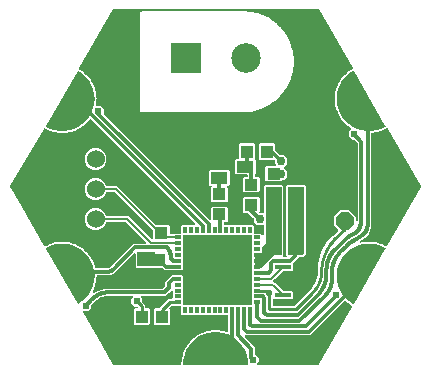
<source format=gbr>
G04 EAGLE Gerber RS-274X export*
G75*
%MOMM*%
%FSLAX34Y34*%
%LPD*%
%INBottom Copper*%
%IPPOS*%
%AMOC8*
5,1,8,0,0,1.08239X$1,22.5*%
G01*
%ADD10C,1.000000*%
%ADD11R,2.500000X2.500000*%
%ADD12C,2.500000*%
%ADD13R,1.400000X1.000000*%
%ADD14R,1.100000X1.000000*%
%ADD15R,1.000000X1.100000*%
%ADD16R,1.399997X0.400000*%
%ADD17P,1.649562X8X22.500000*%
%ADD18R,1.300000X1.500000*%
%ADD19R,1.500000X1.300000*%
%ADD20C,1.524000*%
%ADD21R,0.550000X0.297181*%
%ADD22R,0.297181X0.550000*%
%ADD23R,5.600000X5.600000*%
%ADD24C,0.304800*%
%ADD25C,0.750000*%
%ADD26C,0.508000*%
%ADD27C,0.604800*%
%ADD28C,0.254000*%
%ADD29C,0.554800*%
%ADD30C,0.203200*%

G36*
X66431Y48847D02*
X66431Y48847D01*
X66522Y48854D01*
X66552Y48867D01*
X66584Y48872D01*
X66664Y48915D01*
X66748Y48950D01*
X66780Y48976D01*
X66801Y48987D01*
X66823Y49010D01*
X66879Y49055D01*
X78541Y60717D01*
X78556Y60732D01*
X78556Y60733D01*
X78557Y60733D01*
X79584Y61760D01*
X79595Y61775D01*
X79618Y61796D01*
X81659Y64124D01*
X81672Y64144D01*
X81746Y64245D01*
X84836Y69597D01*
X84842Y69612D01*
X84851Y69625D01*
X84912Y69781D01*
X86512Y75751D01*
X86514Y75774D01*
X86536Y75898D01*
X86739Y78988D01*
X86737Y79007D01*
X86740Y79038D01*
X86740Y84256D01*
X89441Y94336D01*
X94659Y103374D01*
X97308Y106022D01*
X97308Y106023D01*
X98974Y107689D01*
X99390Y108105D01*
X99391Y108105D01*
X103732Y112447D01*
X103743Y112463D01*
X103759Y112475D01*
X103815Y112562D01*
X103875Y112646D01*
X103881Y112665D01*
X103892Y112682D01*
X103917Y112783D01*
X103948Y112881D01*
X103947Y112901D01*
X103952Y112921D01*
X103944Y113024D01*
X103941Y113127D01*
X103934Y113146D01*
X103933Y113166D01*
X103893Y113261D01*
X103857Y113358D01*
X103844Y113374D01*
X103837Y113392D01*
X103732Y113523D01*
X100393Y116862D01*
X100393Y124438D01*
X105750Y129795D01*
X113325Y129795D01*
X118682Y124438D01*
X118682Y121056D01*
X118690Y121007D01*
X118688Y120958D01*
X118710Y120887D01*
X118722Y120813D01*
X118745Y120770D01*
X118759Y120723D01*
X118802Y120662D01*
X118837Y120596D01*
X118872Y120562D01*
X118901Y120522D01*
X118961Y120478D01*
X119015Y120426D01*
X119060Y120406D01*
X119099Y120377D01*
X119171Y120354D01*
X119238Y120323D01*
X119287Y120317D01*
X119334Y120303D01*
X119409Y120304D01*
X119483Y120296D01*
X119531Y120306D01*
X119580Y120307D01*
X119650Y120332D01*
X119723Y120348D01*
X119765Y120373D01*
X119812Y120389D01*
X119870Y120436D01*
X119934Y120474D01*
X119966Y120511D01*
X120005Y120542D01*
X120046Y120604D01*
X120094Y120661D01*
X120113Y120707D01*
X120139Y120747D01*
X120177Y120867D01*
X120186Y120889D01*
X120187Y120898D01*
X120190Y120907D01*
X120322Y121570D01*
X120323Y121603D01*
X120336Y121681D01*
X120434Y123687D01*
X120433Y123701D01*
X120435Y123724D01*
X120435Y186230D01*
X120420Y186320D01*
X120413Y186411D01*
X120401Y186440D01*
X120395Y186472D01*
X120353Y186553D01*
X120317Y186637D01*
X120291Y186669D01*
X120280Y186690D01*
X120257Y186712D01*
X120248Y186723D01*
X120241Y186736D01*
X120232Y186743D01*
X120212Y186768D01*
X117594Y189386D01*
X117520Y189439D01*
X117451Y189499D01*
X117420Y189511D01*
X117394Y189530D01*
X117307Y189556D01*
X117222Y189591D01*
X117181Y189595D01*
X117159Y189602D01*
X117127Y189601D01*
X117056Y189609D01*
X115250Y189609D01*
X112585Y192274D01*
X112585Y196042D01*
X114779Y198236D01*
X114793Y198256D01*
X114812Y198271D01*
X114865Y198356D01*
X114923Y198436D01*
X114930Y198459D01*
X114943Y198480D01*
X114966Y198576D01*
X114995Y198671D01*
X114995Y198695D01*
X115000Y198719D01*
X114991Y198818D01*
X114989Y198917D01*
X114980Y198940D01*
X114978Y198964D01*
X114938Y199055D01*
X114904Y199148D01*
X114889Y199167D01*
X114879Y199189D01*
X114813Y199262D01*
X114763Y199324D01*
X114760Y199331D01*
X114751Y199364D01*
X114701Y199438D01*
X114659Y199516D01*
X114633Y199540D01*
X114614Y199569D01*
X114487Y199678D01*
X112666Y200920D01*
X112634Y200935D01*
X112607Y200956D01*
X112524Y200986D01*
X112443Y201024D01*
X112408Y201028D01*
X112376Y201040D01*
X112297Y201045D01*
X111825Y201483D01*
X111798Y201502D01*
X111736Y201554D01*
X111207Y201915D01*
X111177Y201980D01*
X111146Y202064D01*
X111125Y202091D01*
X111110Y202122D01*
X111000Y202249D01*
X109385Y203749D01*
X109356Y203768D01*
X109332Y203793D01*
X109254Y203836D01*
X109180Y203885D01*
X109147Y203894D01*
X109116Y203910D01*
X109039Y203928D01*
X108637Y204431D01*
X108613Y204454D01*
X108560Y204515D01*
X108091Y204950D01*
X108070Y205019D01*
X108053Y205106D01*
X108035Y205136D01*
X108025Y205170D01*
X107936Y205312D01*
X106562Y207035D01*
X106537Y207058D01*
X106517Y207087D01*
X106446Y207141D01*
X106380Y207200D01*
X106348Y207214D01*
X106320Y207235D01*
X106246Y207264D01*
X105925Y207821D01*
X105904Y207847D01*
X105861Y207915D01*
X105462Y208416D01*
X105452Y208487D01*
X105447Y208576D01*
X105435Y208608D01*
X105430Y208643D01*
X105362Y208796D01*
X104261Y210706D01*
X104239Y210732D01*
X104224Y210764D01*
X104161Y210827D01*
X104105Y210896D01*
X104076Y210914D01*
X104052Y210939D01*
X103983Y210979D01*
X103748Y211578D01*
X103731Y211606D01*
X103698Y211680D01*
X103378Y212235D01*
X103379Y212307D01*
X103388Y212395D01*
X103380Y212429D01*
X103381Y212464D01*
X103337Y212626D01*
X102532Y214678D01*
X102515Y214708D01*
X102504Y214741D01*
X102452Y214813D01*
X102407Y214889D01*
X102380Y214912D01*
X102360Y214940D01*
X102298Y214989D01*
X102155Y215617D01*
X102143Y215648D01*
X102121Y215726D01*
X101888Y216322D01*
X101899Y216393D01*
X101921Y216479D01*
X101918Y216513D01*
X101924Y216548D01*
X101905Y216714D01*
X101415Y218863D01*
X101402Y218896D01*
X101397Y218930D01*
X101356Y219009D01*
X101322Y219091D01*
X101300Y219118D01*
X101284Y219148D01*
X101230Y219206D01*
X101182Y219848D01*
X101174Y219880D01*
X101165Y219961D01*
X101023Y220585D01*
X101044Y220653D01*
X101079Y220735D01*
X101082Y220770D01*
X101092Y220803D01*
X101098Y220971D01*
X100934Y223169D01*
X100926Y223202D01*
X100926Y223237D01*
X100897Y223322D01*
X100876Y223408D01*
X100858Y223437D01*
X100847Y223470D01*
X100802Y223536D01*
X100850Y224177D01*
X100847Y224210D01*
X100850Y224291D01*
X100803Y224930D01*
X100834Y224994D01*
X100881Y225070D01*
X100889Y225104D01*
X100904Y225135D01*
X100935Y225300D01*
X101100Y227498D01*
X101097Y227532D01*
X101102Y227567D01*
X101087Y227654D01*
X101079Y227743D01*
X101065Y227775D01*
X101059Y227809D01*
X101024Y227880D01*
X101168Y228508D01*
X101170Y228541D01*
X101185Y228620D01*
X101233Y229259D01*
X101274Y229317D01*
X101331Y229386D01*
X101344Y229418D01*
X101363Y229446D01*
X101419Y229605D01*
X101910Y231754D01*
X101912Y231788D01*
X101922Y231821D01*
X101920Y231895D01*
X101927Y231959D01*
X101924Y231975D01*
X101925Y231999D01*
X101916Y232033D01*
X101915Y232067D01*
X101892Y232143D01*
X102127Y232742D01*
X102134Y232774D01*
X102160Y232851D01*
X102303Y233475D01*
X102352Y233527D01*
X102419Y233586D01*
X102436Y233616D01*
X102460Y233641D01*
X102538Y233790D01*
X103344Y235841D01*
X103352Y235875D01*
X103367Y235906D01*
X103377Y235995D01*
X103396Y236082D01*
X103392Y236116D01*
X103396Y236151D01*
X103385Y236229D01*
X103707Y236786D01*
X103718Y236817D01*
X103756Y236889D01*
X103990Y237485D01*
X104047Y237529D01*
X104121Y237577D01*
X104143Y237604D01*
X104170Y237626D01*
X104270Y237761D01*
X105372Y239669D01*
X105385Y239702D01*
X105404Y239731D01*
X105428Y239816D01*
X105459Y239899D01*
X105461Y239934D01*
X105470Y239968D01*
X105470Y240047D01*
X105871Y240550D01*
X105887Y240579D01*
X105921Y240625D01*
X105923Y240627D01*
X105924Y240628D01*
X105935Y240644D01*
X106256Y241198D01*
X106318Y241234D01*
X106399Y241270D01*
X106425Y241294D01*
X106455Y241311D01*
X106573Y241430D01*
X107948Y243153D01*
X107965Y243183D01*
X107989Y243208D01*
X108025Y243289D01*
X108068Y243367D01*
X108075Y243401D01*
X108089Y243433D01*
X108101Y243511D01*
X108573Y243949D01*
X108593Y243975D01*
X108650Y244032D01*
X109050Y244533D01*
X109116Y244558D01*
X109202Y244582D01*
X109231Y244602D01*
X109263Y244614D01*
X109398Y244714D01*
X111014Y246213D01*
X111035Y246240D01*
X111063Y246262D01*
X111111Y246337D01*
X111165Y246407D01*
X111177Y246440D01*
X111195Y246469D01*
X111219Y246545D01*
X111751Y246907D01*
X111775Y246930D01*
X111840Y246978D01*
X112309Y247414D01*
X112379Y247429D01*
X112467Y247440D01*
X112499Y247455D01*
X112533Y247462D01*
X112681Y247541D01*
X114406Y248716D01*
X114451Y248760D01*
X114503Y248795D01*
X114540Y248844D01*
X114584Y248886D01*
X114606Y248927D01*
X115298Y249327D01*
X115315Y249340D01*
X115346Y249357D01*
X115724Y249615D01*
X115808Y249694D01*
X115892Y249771D01*
X115896Y249778D01*
X115903Y249784D01*
X115956Y249886D01*
X116012Y249985D01*
X116014Y249994D01*
X116018Y250002D01*
X116036Y250115D01*
X116057Y250227D01*
X116056Y250236D01*
X116057Y250244D01*
X116039Y250358D01*
X116022Y250471D01*
X116018Y250480D01*
X116017Y250487D01*
X116006Y250507D01*
X115955Y250624D01*
X87385Y300108D01*
X87342Y300161D01*
X87308Y300219D01*
X87265Y300255D01*
X87229Y300299D01*
X87172Y300334D01*
X87121Y300378D01*
X87068Y300400D01*
X87021Y300429D01*
X86955Y300445D01*
X86892Y300470D01*
X86814Y300479D01*
X86782Y300487D01*
X86761Y300485D01*
X86726Y300489D01*
X-86472Y300489D01*
X-86538Y300478D01*
X-86606Y300477D01*
X-86659Y300458D01*
X-86715Y300449D01*
X-86774Y300418D01*
X-86838Y300395D01*
X-86882Y300360D01*
X-86932Y300334D01*
X-86978Y300285D01*
X-87032Y300243D01*
X-87079Y300180D01*
X-87101Y300156D01*
X-87110Y300137D01*
X-87131Y300108D01*
X-115773Y250500D01*
X-115813Y250393D01*
X-115856Y250287D01*
X-115857Y250278D01*
X-115860Y250270D01*
X-115864Y250155D01*
X-115871Y250042D01*
X-115869Y250033D01*
X-115869Y250024D01*
X-115836Y249914D01*
X-115806Y249804D01*
X-115802Y249797D01*
X-115799Y249789D01*
X-115733Y249695D01*
X-115670Y249600D01*
X-115662Y249593D01*
X-115658Y249587D01*
X-115639Y249574D01*
X-115542Y249491D01*
X-115346Y249357D01*
X-115327Y249348D01*
X-115298Y249327D01*
X-114615Y248933D01*
X-114611Y248924D01*
X-114568Y248878D01*
X-114533Y248825D01*
X-114466Y248768D01*
X-114444Y248744D01*
X-114428Y248735D01*
X-114406Y248716D01*
X-112681Y247541D01*
X-112649Y247526D01*
X-112622Y247505D01*
X-112539Y247475D01*
X-112458Y247437D01*
X-112423Y247433D01*
X-112391Y247422D01*
X-112312Y247416D01*
X-111840Y246978D01*
X-111812Y246960D01*
X-111751Y246907D01*
X-111221Y246547D01*
X-111191Y246482D01*
X-111160Y246398D01*
X-111139Y246371D01*
X-111124Y246340D01*
X-111014Y246213D01*
X-109398Y244714D01*
X-109369Y244695D01*
X-109345Y244670D01*
X-109267Y244627D01*
X-109193Y244578D01*
X-109160Y244569D01*
X-109129Y244553D01*
X-109052Y244535D01*
X-108650Y244032D01*
X-108626Y244010D01*
X-108573Y243949D01*
X-108103Y243513D01*
X-108083Y243445D01*
X-108065Y243358D01*
X-108048Y243328D01*
X-108038Y243294D01*
X-107948Y243153D01*
X-106573Y241430D01*
X-106548Y241406D01*
X-106528Y241378D01*
X-106457Y241324D01*
X-106391Y241265D01*
X-106359Y241251D01*
X-106331Y241230D01*
X-106257Y241201D01*
X-105935Y240644D01*
X-105914Y240618D01*
X-105871Y240550D01*
X-105472Y240049D01*
X-105462Y239979D01*
X-105457Y239890D01*
X-105445Y239857D01*
X-105440Y239823D01*
X-105372Y239669D01*
X-104270Y237761D01*
X-104248Y237734D01*
X-104232Y237703D01*
X-104170Y237640D01*
X-104114Y237571D01*
X-104084Y237552D01*
X-104060Y237527D01*
X-103991Y237488D01*
X-103756Y236889D01*
X-103739Y236860D01*
X-103707Y236786D01*
X-103386Y236232D01*
X-103387Y236160D01*
X-103396Y236072D01*
X-103388Y236038D01*
X-103388Y236003D01*
X-103344Y235841D01*
X-102538Y233790D01*
X-102521Y233760D01*
X-102510Y233727D01*
X-102458Y233655D01*
X-102413Y233578D01*
X-102386Y233556D01*
X-102366Y233528D01*
X-102304Y233478D01*
X-102160Y232851D01*
X-102148Y232820D01*
X-102127Y232742D01*
X-101893Y232146D01*
X-101894Y232137D01*
X-101900Y232125D01*
X-101906Y232066D01*
X-101926Y231989D01*
X-101923Y231954D01*
X-101929Y231920D01*
X-101926Y231892D01*
X-101927Y231880D01*
X-101921Y231854D01*
X-101910Y231754D01*
X-101419Y229605D01*
X-101405Y229573D01*
X-101400Y229538D01*
X-101359Y229459D01*
X-101326Y229377D01*
X-101303Y229351D01*
X-101287Y229320D01*
X-101233Y229262D01*
X-101185Y228620D01*
X-101177Y228588D01*
X-101168Y228508D01*
X-101025Y227883D01*
X-101047Y227815D01*
X-101081Y227733D01*
X-101084Y227698D01*
X-101094Y227665D01*
X-101100Y227498D01*
X-100935Y225300D01*
X-100927Y225266D01*
X-100927Y225231D01*
X-100898Y225147D01*
X-100877Y225061D01*
X-100858Y225031D01*
X-100847Y224999D01*
X-100802Y224933D01*
X-100850Y224291D01*
X-100847Y224258D01*
X-100850Y224177D01*
X-100802Y223539D01*
X-100834Y223474D01*
X-100880Y223399D01*
X-100888Y223365D01*
X-100903Y223334D01*
X-100934Y223169D01*
X-101098Y220971D01*
X-101095Y220936D01*
X-101100Y220902D01*
X-101084Y220814D01*
X-101077Y220726D01*
X-101063Y220694D01*
X-101057Y220660D01*
X-101022Y220588D01*
X-101165Y219961D01*
X-101167Y219928D01*
X-101182Y219848D01*
X-101229Y219216D01*
X-101225Y219168D01*
X-101230Y219120D01*
X-101214Y219046D01*
X-101207Y218971D01*
X-101188Y218927D01*
X-101178Y218879D01*
X-101139Y218814D01*
X-101109Y218745D01*
X-101076Y218710D01*
X-101052Y218668D01*
X-100994Y218619D01*
X-100944Y218563D01*
X-100902Y218540D01*
X-100865Y218508D01*
X-100795Y218480D01*
X-100729Y218443D01*
X-100681Y218434D01*
X-100637Y218416D01*
X-100510Y218402D01*
X-100487Y218398D01*
X-100480Y218399D01*
X-100470Y218398D01*
X-97573Y218398D01*
X-94908Y215733D01*
X-94908Y211806D01*
X-94894Y211716D01*
X-94887Y211625D01*
X-94874Y211595D01*
X-94869Y211563D01*
X-94826Y211483D01*
X-94790Y211399D01*
X-94765Y211367D01*
X-94754Y211346D01*
X-94730Y211324D01*
X-94685Y211268D01*
X-5149Y121732D01*
X-5091Y121690D01*
X-5039Y121640D01*
X-4992Y121618D01*
X-4950Y121588D01*
X-4881Y121567D01*
X-4816Y121537D01*
X-4764Y121531D01*
X-4714Y121516D01*
X-4643Y121517D01*
X-4572Y121510D01*
X-4521Y121521D01*
X-4469Y121522D01*
X-4401Y121547D01*
X-4331Y121562D01*
X-4287Y121589D01*
X-4238Y121606D01*
X-4182Y121651D01*
X-4120Y121688D01*
X-4086Y121728D01*
X-4046Y121760D01*
X-4007Y121820D01*
X-3960Y121875D01*
X-3941Y121923D01*
X-3913Y121967D01*
X-3895Y122037D01*
X-3868Y122103D01*
X-3860Y122174D01*
X-3852Y122206D01*
X-3854Y122229D01*
X-3850Y122270D01*
X-3850Y132069D01*
X-2957Y132962D01*
X9307Y132962D01*
X10200Y132069D01*
X10200Y120806D01*
X9307Y119913D01*
X7898Y119913D01*
X7879Y119910D01*
X7859Y119912D01*
X7758Y119890D01*
X7656Y119873D01*
X7638Y119864D01*
X7619Y119859D01*
X7530Y119806D01*
X7438Y119758D01*
X7425Y119744D01*
X7408Y119733D01*
X7340Y119655D01*
X7269Y119580D01*
X7261Y119562D01*
X7248Y119546D01*
X7209Y119450D01*
X7165Y119357D01*
X7163Y119337D01*
X7156Y119318D01*
X7137Y119152D01*
X7137Y118211D01*
X7140Y118191D01*
X7138Y118172D01*
X7160Y118070D01*
X7177Y117968D01*
X7186Y117951D01*
X7191Y117931D01*
X7244Y117842D01*
X7292Y117751D01*
X7306Y117737D01*
X7317Y117720D01*
X7395Y117653D01*
X7470Y117581D01*
X7488Y117573D01*
X7504Y117560D01*
X7600Y117521D01*
X7693Y117478D01*
X7713Y117476D01*
X7732Y117468D01*
X7898Y117450D01*
X11280Y117450D01*
X11287Y117445D01*
X11388Y117420D01*
X11486Y117389D01*
X11506Y117390D01*
X11526Y117385D01*
X11629Y117393D01*
X11732Y117395D01*
X11751Y117402D01*
X11771Y117404D01*
X11866Y117444D01*
X11881Y117450D01*
X16281Y117450D01*
X16288Y117445D01*
X16389Y117420D01*
X16487Y117389D01*
X16507Y117390D01*
X16527Y117385D01*
X16630Y117393D01*
X16733Y117395D01*
X16752Y117402D01*
X16772Y117404D01*
X16867Y117444D01*
X16882Y117450D01*
X21281Y117450D01*
X21290Y117444D01*
X21390Y117419D01*
X21489Y117389D01*
X21509Y117389D01*
X21528Y117384D01*
X21631Y117392D01*
X21735Y117395D01*
X21754Y117402D01*
X21773Y117403D01*
X21868Y117444D01*
X21885Y117450D01*
X26284Y117450D01*
X26291Y117445D01*
X26392Y117420D01*
X26490Y117389D01*
X26510Y117390D01*
X26530Y117385D01*
X26633Y117393D01*
X26736Y117395D01*
X26755Y117402D01*
X26775Y117404D01*
X26870Y117444D01*
X26885Y117450D01*
X31212Y117450D01*
X32105Y116557D01*
X32105Y110654D01*
X32108Y110634D01*
X32106Y110614D01*
X32128Y110513D01*
X32145Y110411D01*
X32154Y110394D01*
X32158Y110374D01*
X32212Y110285D01*
X32260Y110194D01*
X32274Y110180D01*
X32285Y110163D01*
X32363Y110096D01*
X32438Y110024D01*
X32456Y110016D01*
X32472Y110003D01*
X32568Y109964D01*
X32661Y109921D01*
X32681Y109919D01*
X32700Y109911D01*
X32866Y109893D01*
X38769Y109893D01*
X39657Y109004D01*
X39715Y108963D01*
X39767Y108913D01*
X39815Y108891D01*
X39857Y108861D01*
X39925Y108840D01*
X39991Y108810D01*
X40042Y108804D01*
X40092Y108789D01*
X40164Y108790D01*
X40235Y108783D01*
X40286Y108794D01*
X40338Y108795D01*
X40405Y108820D01*
X40475Y108835D01*
X40520Y108861D01*
X40569Y108879D01*
X40625Y108924D01*
X40686Y108961D01*
X40720Y109001D01*
X40761Y109033D01*
X40800Y109093D01*
X40846Y109148D01*
X40866Y109196D01*
X40894Y109240D01*
X40911Y109309D01*
X40938Y109376D01*
X40946Y109447D01*
X40954Y109478D01*
X40952Y109502D01*
X40957Y109543D01*
X40957Y116433D01*
X40945Y116504D01*
X40943Y116576D01*
X40925Y116625D01*
X40917Y116676D01*
X40884Y116739D01*
X40859Y116807D01*
X40826Y116848D01*
X40802Y116893D01*
X40750Y116943D01*
X40705Y116999D01*
X40661Y117027D01*
X40624Y117063D01*
X40558Y117093D01*
X40498Y117132D01*
X40448Y117145D01*
X40401Y117166D01*
X40329Y117174D01*
X40260Y117192D01*
X40208Y117188D01*
X40156Y117194D01*
X40086Y117178D01*
X40014Y117173D01*
X39967Y117152D01*
X39916Y117141D01*
X39854Y117105D01*
X39788Y117076D01*
X39732Y117032D01*
X39705Y117015D01*
X39689Y116997D01*
X39657Y116972D01*
X39648Y116963D01*
X35279Y116963D01*
X32189Y120053D01*
X32189Y122885D01*
X32174Y122975D01*
X32167Y123066D01*
X32154Y123096D01*
X32149Y123128D01*
X32106Y123209D01*
X32071Y123293D01*
X32045Y123325D01*
X32034Y123345D01*
X32011Y123368D01*
X31966Y123424D01*
X27762Y127627D01*
X27688Y127680D01*
X27619Y127740D01*
X27589Y127752D01*
X27562Y127771D01*
X27475Y127798D01*
X27391Y127832D01*
X27350Y127836D01*
X27327Y127843D01*
X27295Y127842D01*
X27224Y127850D01*
X24031Y127850D01*
X23138Y128743D01*
X23138Y140007D01*
X24031Y140900D01*
X36294Y140900D01*
X37187Y140007D01*
X37187Y128726D01*
X37164Y128702D01*
X37142Y128654D01*
X37112Y128612D01*
X37091Y128544D01*
X37061Y128478D01*
X37055Y128427D01*
X37040Y128377D01*
X37042Y128305D01*
X37034Y128234D01*
X37045Y128183D01*
X37046Y128131D01*
X37071Y128064D01*
X37086Y127994D01*
X37113Y127949D01*
X37130Y127900D01*
X37175Y127844D01*
X37212Y127783D01*
X37252Y127749D01*
X37284Y127708D01*
X37344Y127669D01*
X37399Y127623D01*
X37447Y127603D01*
X37491Y127575D01*
X37561Y127558D01*
X37627Y127531D01*
X37698Y127523D01*
X37730Y127515D01*
X37753Y127517D01*
X37794Y127512D01*
X39648Y127512D01*
X39657Y127503D01*
X39715Y127462D01*
X39767Y127412D01*
X39815Y127390D01*
X39857Y127360D01*
X39926Y127339D01*
X39991Y127309D01*
X40042Y127303D01*
X40092Y127287D01*
X40164Y127289D01*
X40235Y127281D01*
X40286Y127292D01*
X40338Y127294D01*
X40405Y127318D01*
X40475Y127334D01*
X40520Y127360D01*
X40569Y127378D01*
X40625Y127423D01*
X40686Y127460D01*
X40720Y127499D01*
X40761Y127532D01*
X40800Y127592D01*
X40846Y127647D01*
X40866Y127695D01*
X40894Y127739D01*
X40911Y127808D01*
X40938Y127875D01*
X40946Y127946D01*
X40954Y127977D01*
X40952Y128001D01*
X40957Y128042D01*
X40957Y150014D01*
X42073Y151131D01*
X56352Y151131D01*
X57468Y150014D01*
X57468Y91286D01*
X57429Y91246D01*
X57387Y91188D01*
X57338Y91136D01*
X57316Y91089D01*
X57285Y91047D01*
X57264Y90978D01*
X57234Y90913D01*
X57228Y90861D01*
X57213Y90811D01*
X57215Y90740D01*
X57207Y90668D01*
X57218Y90618D01*
X57219Y90566D01*
X57244Y90498D01*
X57259Y90428D01*
X57286Y90383D01*
X57304Y90335D01*
X57349Y90279D01*
X57385Y90217D01*
X57425Y90183D01*
X57457Y90142D01*
X57518Y90104D01*
X57572Y90057D01*
X57621Y90038D01*
X57664Y90009D01*
X57734Y89992D01*
X57800Y89965D01*
X57872Y89957D01*
X57903Y89949D01*
X57926Y89951D01*
X57967Y89947D01*
X59508Y89947D01*
X59579Y89958D01*
X59650Y89960D01*
X59699Y89978D01*
X59751Y89986D01*
X59814Y90020D01*
X59881Y90045D01*
X59922Y90077D01*
X59968Y90101D01*
X60017Y90153D01*
X60073Y90198D01*
X60102Y90242D01*
X60137Y90280D01*
X60168Y90345D01*
X60206Y90405D01*
X60219Y90456D01*
X60241Y90503D01*
X60249Y90574D01*
X60266Y90644D01*
X60262Y90696D01*
X60268Y90747D01*
X60253Y90817D01*
X60247Y90889D01*
X60227Y90937D01*
X60216Y90988D01*
X60179Y91049D01*
X60151Y91115D01*
X60106Y91171D01*
X60090Y91199D01*
X60072Y91214D01*
X60046Y91246D01*
X60007Y91286D01*
X60007Y150014D01*
X61123Y151131D01*
X75402Y151131D01*
X76518Y150014D01*
X76518Y92873D01*
X73814Y90169D01*
X70984Y90169D01*
X70894Y90155D01*
X70803Y90147D01*
X70773Y90135D01*
X70741Y90130D01*
X70660Y90087D01*
X70576Y90051D01*
X70544Y90025D01*
X70524Y90014D01*
X70501Y89991D01*
X70445Y89946D01*
X65866Y85367D01*
X65854Y85351D01*
X65838Y85338D01*
X65782Y85251D01*
X65722Y85167D01*
X65717Y85148D01*
X65706Y85131D01*
X65680Y85031D01*
X65650Y84932D01*
X65651Y84912D01*
X65646Y84892D01*
X65654Y84789D01*
X65656Y84686D01*
X65663Y84667D01*
X65665Y84647D01*
X65675Y84624D01*
X65675Y79218D01*
X64782Y78325D01*
X57534Y78325D01*
X57444Y78310D01*
X57353Y78303D01*
X57323Y78291D01*
X57291Y78285D01*
X57210Y78243D01*
X57126Y78207D01*
X57094Y78181D01*
X57074Y78170D01*
X57051Y78147D01*
X56995Y78102D01*
X50742Y71849D01*
X50466Y71849D01*
X50376Y71835D01*
X50285Y71827D01*
X50255Y71815D01*
X50223Y71810D01*
X50142Y71767D01*
X50058Y71731D01*
X50026Y71705D01*
X50005Y71694D01*
X49983Y71671D01*
X49927Y71626D01*
X48689Y70388D01*
X48678Y70372D01*
X48662Y70360D01*
X48606Y70272D01*
X48546Y70189D01*
X48540Y70170D01*
X48529Y70153D01*
X48504Y70052D01*
X48473Y69953D01*
X48474Y69934D01*
X48469Y69914D01*
X48477Y69811D01*
X48480Y69708D01*
X48487Y69689D01*
X48488Y69669D01*
X48529Y69574D01*
X48564Y69477D01*
X48577Y69461D01*
X48584Y69443D01*
X48689Y69312D01*
X49927Y68074D01*
X50001Y68021D01*
X50071Y67961D01*
X50101Y67949D01*
X50127Y67930D01*
X50214Y67903D01*
X50299Y67869D01*
X50340Y67865D01*
X50362Y67858D01*
X50394Y67859D01*
X50466Y67851D01*
X50742Y67851D01*
X56995Y61598D01*
X57069Y61545D01*
X57139Y61485D01*
X57169Y61473D01*
X57195Y61454D01*
X57282Y61427D01*
X57367Y61393D01*
X57408Y61389D01*
X57430Y61382D01*
X57462Y61383D01*
X57534Y61375D01*
X64782Y61375D01*
X65675Y60482D01*
X65675Y55218D01*
X64782Y54325D01*
X49410Y54325D01*
X49354Y54351D01*
X49302Y54357D01*
X49253Y54372D01*
X49181Y54371D01*
X49110Y54378D01*
X49059Y54367D01*
X49007Y54366D01*
X48939Y54341D01*
X48869Y54326D01*
X48825Y54300D01*
X48776Y54282D01*
X48720Y54237D01*
X48658Y54200D01*
X48624Y54161D01*
X48584Y54128D01*
X48545Y54068D01*
X48498Y54013D01*
X48479Y53965D01*
X48451Y53921D01*
X48433Y53852D01*
X48406Y53785D01*
X48398Y53714D01*
X48390Y53683D01*
X48392Y53659D01*
X48388Y53618D01*
X48388Y49593D01*
X48391Y49574D01*
X48389Y49554D01*
X48411Y49453D01*
X48427Y49351D01*
X48437Y49333D01*
X48441Y49314D01*
X48494Y49225D01*
X48543Y49133D01*
X48557Y49120D01*
X48567Y49103D01*
X48646Y49035D01*
X48721Y48964D01*
X48739Y48956D01*
X48754Y48943D01*
X48850Y48904D01*
X48944Y48860D01*
X48964Y48858D01*
X48982Y48851D01*
X49149Y48832D01*
X66341Y48832D01*
X66431Y48847D01*
G37*
%LPC*%
G36*
X-62654Y212904D02*
X-62654Y212904D01*
X-62657Y212903D01*
X-62662Y212904D01*
X-63291Y212901D01*
X-63732Y213348D01*
X-63735Y213350D01*
X-63738Y213354D01*
X-64185Y213798D01*
X-64181Y214425D01*
X-64181Y214428D01*
X-64181Y214433D01*
X-64184Y215266D01*
X-64181Y215276D01*
X-64182Y215307D01*
X-64175Y215372D01*
X-63628Y296943D01*
X-63628Y296945D01*
X-63628Y296948D01*
X-63628Y297578D01*
X-63180Y298020D01*
X-63179Y298021D01*
X-63176Y298023D01*
X-62731Y298470D01*
X-62102Y298465D01*
X-62100Y298466D01*
X-62097Y298465D01*
X23500Y298494D01*
X23556Y298503D01*
X23613Y298503D01*
X23676Y298523D01*
X23742Y298534D01*
X23774Y298551D01*
X24362Y298497D01*
X24386Y298499D01*
X24431Y298494D01*
X25013Y298495D01*
X25020Y298489D01*
X25074Y298473D01*
X25125Y298447D01*
X25225Y298426D01*
X25255Y298417D01*
X25268Y298417D01*
X25289Y298413D01*
X29310Y298048D01*
X29350Y298051D01*
X29389Y298045D01*
X29472Y298060D01*
X29556Y298066D01*
X29592Y298081D01*
X29631Y298088D01*
X29643Y298093D01*
X30129Y297981D01*
X30161Y297979D01*
X30232Y297964D01*
X30743Y297918D01*
X30803Y297866D01*
X30840Y297850D01*
X30872Y297828D01*
X31030Y297772D01*
X31031Y297772D01*
X35022Y296849D01*
X35061Y296846D01*
X35099Y296835D01*
X35183Y296838D01*
X35267Y296833D01*
X35305Y296843D01*
X35345Y296845D01*
X35357Y296848D01*
X35823Y296671D01*
X35855Y296664D01*
X35923Y296640D01*
X36423Y296525D01*
X36475Y296465D01*
X36510Y296445D01*
X36539Y296418D01*
X36688Y296341D01*
X40516Y294882D01*
X40555Y294874D01*
X40591Y294858D01*
X40674Y294850D01*
X40757Y294833D01*
X40796Y294838D01*
X40835Y294834D01*
X40848Y294836D01*
X41286Y294596D01*
X41316Y294586D01*
X41380Y294553D01*
X41860Y294370D01*
X41904Y294303D01*
X41935Y294279D01*
X41960Y294248D01*
X42097Y294152D01*
X45691Y292185D01*
X45728Y292172D01*
X45762Y292151D01*
X45843Y292131D01*
X45923Y292103D01*
X45962Y292103D01*
X46001Y292093D01*
X46013Y292094D01*
X46414Y291797D01*
X46443Y291782D01*
X46502Y291741D01*
X46952Y291494D01*
X46987Y291422D01*
X47014Y291394D01*
X47035Y291360D01*
X47158Y291246D01*
X50449Y288807D01*
X50485Y288789D01*
X50515Y288764D01*
X50593Y288733D01*
X50668Y288695D01*
X50707Y288689D01*
X50744Y288674D01*
X50757Y288673D01*
X51113Y288324D01*
X51140Y288306D01*
X51193Y288257D01*
X51605Y287951D01*
X51629Y287875D01*
X51653Y287843D01*
X51669Y287807D01*
X51775Y287677D01*
X54703Y284812D01*
X54735Y284790D01*
X54762Y284760D01*
X54836Y284719D01*
X54904Y284671D01*
X54942Y284660D01*
X54977Y284641D01*
X54989Y284638D01*
X55295Y284243D01*
X55319Y284221D01*
X55364Y284165D01*
X55731Y283807D01*
X55745Y283728D01*
X55764Y283693D01*
X55775Y283655D01*
X55862Y283512D01*
X58373Y280275D01*
X58402Y280248D01*
X58424Y280215D01*
X58491Y280165D01*
X58553Y280107D01*
X58589Y280091D01*
X58620Y280067D01*
X58632Y280062D01*
X58881Y279630D01*
X58902Y279605D01*
X58939Y279544D01*
X59254Y279138D01*
X59257Y279059D01*
X59271Y279021D01*
X59276Y278982D01*
X59343Y278829D01*
X61389Y275279D01*
X61414Y275249D01*
X61432Y275213D01*
X61491Y275154D01*
X61545Y275089D01*
X61578Y275068D01*
X61606Y275040D01*
X61617Y275034D01*
X61805Y274571D01*
X61822Y274544D01*
X61851Y274478D01*
X62107Y274033D01*
X62099Y273954D01*
X62108Y273915D01*
X62108Y273876D01*
X62154Y273714D01*
X63696Y269919D01*
X63717Y269885D01*
X63730Y269848D01*
X63781Y269781D01*
X63824Y269709D01*
X63855Y269684D01*
X63879Y269652D01*
X63889Y269645D01*
X64012Y269161D01*
X64025Y269131D01*
X64045Y269062D01*
X64238Y268587D01*
X64219Y268509D01*
X64222Y268470D01*
X64217Y268431D01*
X64240Y268264D01*
X65251Y264294D01*
X65267Y264258D01*
X65274Y264219D01*
X65316Y264146D01*
X65349Y264069D01*
X65376Y264040D01*
X65395Y264005D01*
X65404Y263996D01*
X65461Y263500D01*
X65469Y263469D01*
X65479Y263398D01*
X65606Y262901D01*
X65577Y262826D01*
X65575Y262787D01*
X65564Y262749D01*
X65564Y262581D01*
X66024Y258510D01*
X66035Y258472D01*
X66037Y258433D01*
X66068Y258355D01*
X66091Y258274D01*
X66114Y258241D01*
X66128Y258204D01*
X66136Y258194D01*
X66124Y257695D01*
X66128Y257663D01*
X66128Y257591D01*
X66186Y257081D01*
X66147Y257012D01*
X66139Y256973D01*
X66124Y256936D01*
X66101Y256770D01*
X66002Y252675D01*
X66007Y252636D01*
X66004Y252596D01*
X66024Y252514D01*
X66036Y252431D01*
X66053Y252396D01*
X66063Y252357D01*
X66069Y252346D01*
X65989Y251854D01*
X65989Y251821D01*
X65980Y251750D01*
X65967Y251237D01*
X65919Y251173D01*
X65906Y251136D01*
X65886Y251102D01*
X65841Y250940D01*
X65184Y246897D01*
X65184Y246857D01*
X65176Y246819D01*
X65184Y246735D01*
X65184Y246651D01*
X65197Y246613D01*
X65201Y246574D01*
X65206Y246562D01*
X65059Y246085D01*
X65055Y246053D01*
X65036Y245983D01*
X64954Y245477D01*
X64897Y245421D01*
X64880Y245385D01*
X64855Y245355D01*
X64788Y245201D01*
X64788Y245200D01*
X63586Y241284D01*
X63581Y241245D01*
X63567Y241208D01*
X63564Y241124D01*
X63553Y241041D01*
X63557Y241021D01*
X63556Y241015D01*
X63560Y240996D01*
X63559Y240962D01*
X63562Y240950D01*
X63352Y240497D01*
X63343Y240466D01*
X63315Y240400D01*
X63164Y239910D01*
X63101Y239861D01*
X63078Y239828D01*
X63049Y239801D01*
X62963Y239658D01*
X62962Y239658D01*
X61238Y235942D01*
X61227Y235904D01*
X61209Y235869D01*
X61194Y235786D01*
X61172Y235705D01*
X61174Y235666D01*
X61167Y235627D01*
X61168Y235614D01*
X60898Y235194D01*
X60886Y235164D01*
X60848Y235103D01*
X60632Y234638D01*
X60563Y234598D01*
X60536Y234569D01*
X60504Y234546D01*
X60398Y234416D01*
X58183Y230970D01*
X58167Y230933D01*
X58144Y230902D01*
X58119Y230821D01*
X58085Y230744D01*
X58082Y230705D01*
X58070Y230667D01*
X58070Y230654D01*
X57745Y230275D01*
X57728Y230247D01*
X57683Y230191D01*
X57406Y229760D01*
X57331Y229731D01*
X57301Y229705D01*
X57266Y229687D01*
X57143Y229572D01*
X54479Y226460D01*
X54458Y226427D01*
X54431Y226398D01*
X54395Y226322D01*
X54351Y226250D01*
X54343Y226212D01*
X54326Y226176D01*
X54324Y226163D01*
X53950Y225832D01*
X53930Y225807D01*
X53877Y225758D01*
X53544Y225368D01*
X53466Y225349D01*
X53433Y225328D01*
X53395Y225315D01*
X53258Y225218D01*
X50195Y222498D01*
X50170Y222468D01*
X50139Y222443D01*
X50092Y222373D01*
X50039Y222307D01*
X50026Y222270D01*
X50004Y222237D01*
X50000Y222225D01*
X49585Y221948D01*
X49562Y221926D01*
X49503Y221884D01*
X49119Y221544D01*
X49040Y221535D01*
X49004Y221519D01*
X48965Y221511D01*
X48816Y221434D01*
X45410Y219157D01*
X45381Y219130D01*
X45347Y219110D01*
X45292Y219047D01*
X45230Y218989D01*
X45212Y218955D01*
X45186Y218925D01*
X45180Y218913D01*
X44731Y218695D01*
X44705Y218677D01*
X44641Y218643D01*
X44215Y218358D01*
X44135Y218361D01*
X44097Y218350D01*
X44057Y218347D01*
X43899Y218291D01*
X43899Y218290D01*
X40215Y216500D01*
X40182Y216477D01*
X40146Y216462D01*
X40082Y216406D01*
X40014Y216358D01*
X39990Y216326D01*
X39961Y216300D01*
X39954Y216289D01*
X39479Y216134D01*
X39451Y216120D01*
X39383Y216095D01*
X38921Y215871D01*
X38842Y215885D01*
X38803Y215879D01*
X38764Y215881D01*
X38600Y215847D01*
X34706Y214576D01*
X34670Y214557D01*
X34632Y214547D01*
X34562Y214501D01*
X34487Y214462D01*
X34460Y214434D01*
X34426Y214412D01*
X34418Y214403D01*
X33927Y214314D01*
X33897Y214303D01*
X33826Y214288D01*
X33339Y214129D01*
X33262Y214153D01*
X33223Y214153D01*
X33184Y214161D01*
X33017Y214149D01*
X33016Y214149D01*
X28938Y213412D01*
X28914Y213403D01*
X28889Y213401D01*
X28799Y213362D01*
X28706Y213329D01*
X28686Y213314D01*
X28663Y213304D01*
X28611Y213262D01*
X28164Y213260D01*
X28133Y213255D01*
X28032Y213248D01*
X27588Y213168D01*
X27547Y213184D01*
X27459Y213226D01*
X27434Y213229D01*
X27410Y213239D01*
X27244Y213256D01*
X-61718Y212908D01*
X-61775Y212898D01*
X-62654Y212904D01*
G37*
%LPD*%
G36*
X-91302Y80778D02*
X-91302Y80778D01*
X-91254Y80777D01*
X-90882Y80814D01*
X-90854Y80821D01*
X-90826Y80822D01*
X-90665Y80868D01*
X-89978Y81153D01*
X-89954Y81168D01*
X-89927Y81176D01*
X-89786Y81268D01*
X-89497Y81505D01*
X-89480Y81525D01*
X-89442Y81555D01*
X-89420Y81577D01*
X-71534Y99463D01*
X-71529Y99470D01*
X-69525Y101474D01*
X-66700Y101474D01*
X-66682Y101472D01*
X-59278Y101472D01*
X-59207Y101483D01*
X-59135Y101485D01*
X-59086Y101503D01*
X-59035Y101511D01*
X-58972Y101545D01*
X-58904Y101570D01*
X-58864Y101602D01*
X-58818Y101627D01*
X-58768Y101678D01*
X-58712Y101723D01*
X-58684Y101767D01*
X-58648Y101805D01*
X-58618Y101870D01*
X-58579Y101930D01*
X-58566Y101981D01*
X-58545Y102028D01*
X-58537Y102099D01*
X-58519Y102169D01*
X-58523Y102221D01*
X-58517Y102272D01*
X-58533Y102343D01*
X-58538Y102414D01*
X-58559Y102462D01*
X-58570Y102513D01*
X-58607Y102574D01*
X-58635Y102640D01*
X-58679Y102696D01*
X-58696Y102724D01*
X-58714Y102739D01*
X-58739Y102771D01*
X-75442Y119474D01*
X-75516Y119527D01*
X-75585Y119586D01*
X-75616Y119599D01*
X-75642Y119617D01*
X-75729Y119644D01*
X-75814Y119678D01*
X-75854Y119683D01*
X-75877Y119690D01*
X-75909Y119689D01*
X-75980Y119697D01*
X-92246Y119697D01*
X-92360Y119678D01*
X-92477Y119661D01*
X-92482Y119658D01*
X-92488Y119657D01*
X-92591Y119603D01*
X-92696Y119549D01*
X-92700Y119545D01*
X-92706Y119542D01*
X-92786Y119458D01*
X-92868Y119374D01*
X-92872Y119367D01*
X-92875Y119364D01*
X-92883Y119347D01*
X-92949Y119227D01*
X-93847Y117057D01*
X-96420Y114485D01*
X-99781Y113093D01*
X-103419Y113093D01*
X-106780Y114485D01*
X-109353Y117057D01*
X-110745Y120419D01*
X-110745Y124056D01*
X-109353Y127418D01*
X-106780Y129990D01*
X-103419Y131382D01*
X-99781Y131382D01*
X-96420Y129990D01*
X-93847Y127418D01*
X-92949Y125248D01*
X-92887Y125149D01*
X-92827Y125049D01*
X-92823Y125044D01*
X-92819Y125039D01*
X-92729Y124965D01*
X-92640Y124889D01*
X-92635Y124886D01*
X-92630Y124882D01*
X-92521Y124841D01*
X-92412Y124797D01*
X-92405Y124796D01*
X-92400Y124794D01*
X-92382Y124793D01*
X-92246Y124778D01*
X-73560Y124778D01*
X-71849Y123067D01*
X-54362Y105580D01*
X-54304Y105538D01*
X-54252Y105489D01*
X-54204Y105467D01*
X-54162Y105436D01*
X-54094Y105415D01*
X-54028Y105385D01*
X-53977Y105379D01*
X-53927Y105364D01*
X-53855Y105366D01*
X-53784Y105358D01*
X-53733Y105369D01*
X-53681Y105370D01*
X-53614Y105395D01*
X-53544Y105410D01*
X-53499Y105437D01*
X-53450Y105455D01*
X-53394Y105500D01*
X-53333Y105536D01*
X-53299Y105576D01*
X-53258Y105609D01*
X-53219Y105669D01*
X-53173Y105723D01*
X-53153Y105772D01*
X-53125Y105815D01*
X-53108Y105885D01*
X-53081Y105951D01*
X-53073Y106023D01*
X-53065Y106054D01*
X-53067Y106077D01*
X-53062Y106118D01*
X-53062Y112654D01*
X-53077Y112744D01*
X-53084Y112835D01*
X-53097Y112865D01*
X-53102Y112897D01*
X-53145Y112977D01*
X-53180Y113061D01*
X-53206Y113093D01*
X-53217Y113114D01*
X-53240Y113136D01*
X-53285Y113192D01*
X-84967Y144874D01*
X-85041Y144927D01*
X-85110Y144986D01*
X-85141Y144999D01*
X-85167Y145017D01*
X-85254Y145044D01*
X-85339Y145078D01*
X-85379Y145083D01*
X-85402Y145090D01*
X-85434Y145089D01*
X-85505Y145097D01*
X-92246Y145097D01*
X-92360Y145078D01*
X-92477Y145061D01*
X-92482Y145058D01*
X-92488Y145057D01*
X-92591Y145003D01*
X-92696Y144949D01*
X-92700Y144945D01*
X-92706Y144942D01*
X-92786Y144858D01*
X-92868Y144774D01*
X-92872Y144767D01*
X-92875Y144764D01*
X-92883Y144747D01*
X-92949Y144627D01*
X-93847Y142457D01*
X-96420Y139885D01*
X-99781Y138493D01*
X-103419Y138493D01*
X-106780Y139885D01*
X-109353Y142457D01*
X-110745Y145819D01*
X-110745Y149456D01*
X-109353Y152818D01*
X-106780Y155390D01*
X-103419Y156782D01*
X-99781Y156782D01*
X-96420Y155390D01*
X-93847Y152818D01*
X-92949Y150648D01*
X-92887Y150549D01*
X-92827Y150449D01*
X-92823Y150444D01*
X-92819Y150439D01*
X-92729Y150365D01*
X-92640Y150289D01*
X-92635Y150286D01*
X-92630Y150282D01*
X-92521Y150241D01*
X-92412Y150197D01*
X-92405Y150196D01*
X-92400Y150194D01*
X-92382Y150193D01*
X-92246Y150178D01*
X-83085Y150178D01*
X-50217Y117310D01*
X-50143Y117257D01*
X-50074Y117198D01*
X-50043Y117185D01*
X-50017Y117167D01*
X-49930Y117140D01*
X-49845Y117106D01*
X-49805Y117101D01*
X-49782Y117094D01*
X-49750Y117095D01*
X-49679Y117087D01*
X-39906Y117087D01*
X-39013Y116194D01*
X-39013Y110184D01*
X-39010Y110164D01*
X-39012Y110145D01*
X-38990Y110043D01*
X-38973Y109941D01*
X-38964Y109924D01*
X-38959Y109904D01*
X-38906Y109815D01*
X-38858Y109724D01*
X-38844Y109710D01*
X-38833Y109693D01*
X-38755Y109626D01*
X-38680Y109554D01*
X-38662Y109546D01*
X-38646Y109533D01*
X-38550Y109494D01*
X-38457Y109451D01*
X-38437Y109449D01*
X-38418Y109441D01*
X-38252Y109423D01*
X-36379Y109423D01*
X-36289Y109437D01*
X-36198Y109445D01*
X-36168Y109457D01*
X-36137Y109462D01*
X-36056Y109505D01*
X-35972Y109541D01*
X-35940Y109567D01*
X-35919Y109578D01*
X-35897Y109601D01*
X-35841Y109646D01*
X-35594Y109893D01*
X-29691Y109893D01*
X-29672Y109896D01*
X-29652Y109894D01*
X-29551Y109916D01*
X-29449Y109932D01*
X-29431Y109942D01*
X-29412Y109946D01*
X-29323Y109999D01*
X-29231Y110047D01*
X-29218Y110062D01*
X-29200Y110072D01*
X-29133Y110151D01*
X-29062Y110226D01*
X-29054Y110244D01*
X-29041Y110259D01*
X-29002Y110355D01*
X-28958Y110449D01*
X-28956Y110469D01*
X-28949Y110487D01*
X-28930Y110654D01*
X-28930Y116557D01*
X-28037Y117450D01*
X-23729Y117450D01*
X-23722Y117445D01*
X-23621Y117420D01*
X-23523Y117389D01*
X-23503Y117390D01*
X-23483Y117385D01*
X-23380Y117393D01*
X-23277Y117395D01*
X-23258Y117402D01*
X-23238Y117404D01*
X-23143Y117444D01*
X-23128Y117450D01*
X-18729Y117450D01*
X-18720Y117444D01*
X-18620Y117419D01*
X-18521Y117389D01*
X-18501Y117389D01*
X-18482Y117384D01*
X-18379Y117392D01*
X-18275Y117395D01*
X-18256Y117402D01*
X-18237Y117403D01*
X-18142Y117444D01*
X-18125Y117450D01*
X-17794Y117450D01*
X-17724Y117461D01*
X-17652Y117463D01*
X-17603Y117481D01*
X-17551Y117489D01*
X-17488Y117523D01*
X-17421Y117548D01*
X-17380Y117580D01*
X-17334Y117605D01*
X-17285Y117657D01*
X-17229Y117701D01*
X-17201Y117745D01*
X-17165Y117783D01*
X-17135Y117848D01*
X-17096Y117908D01*
X-17083Y117959D01*
X-17061Y118006D01*
X-17053Y118077D01*
X-17036Y118147D01*
X-17040Y118199D01*
X-17034Y118250D01*
X-17049Y118321D01*
X-17055Y118392D01*
X-17075Y118440D01*
X-17086Y118491D01*
X-17123Y118552D01*
X-17151Y118618D01*
X-17196Y118674D01*
X-17212Y118702D01*
X-17230Y118717D01*
X-17256Y118749D01*
X-105507Y207000D01*
X-105558Y207037D01*
X-105603Y207081D01*
X-105657Y207108D01*
X-105707Y207144D01*
X-105767Y207162D01*
X-105823Y207190D01*
X-105884Y207198D01*
X-105942Y207216D01*
X-106005Y207215D01*
X-106067Y207223D01*
X-106127Y207212D01*
X-106188Y207210D01*
X-106247Y207188D01*
X-106308Y207177D01*
X-106362Y207146D01*
X-106419Y207126D01*
X-106468Y207086D01*
X-106522Y207056D01*
X-106585Y206992D01*
X-106611Y206972D01*
X-106620Y206957D01*
X-106641Y206937D01*
X-107936Y205312D01*
X-107953Y205281D01*
X-107976Y205256D01*
X-108013Y205174D01*
X-108056Y205097D01*
X-108063Y205063D01*
X-108077Y205031D01*
X-108088Y204953D01*
X-108560Y204515D01*
X-108580Y204489D01*
X-108637Y204431D01*
X-109037Y203930D01*
X-109103Y203905D01*
X-109189Y203881D01*
X-109218Y203861D01*
X-109250Y203849D01*
X-109385Y203749D01*
X-111000Y202249D01*
X-111021Y202222D01*
X-111048Y202200D01*
X-111096Y202125D01*
X-111151Y202055D01*
X-111162Y202022D01*
X-111181Y201993D01*
X-111204Y201917D01*
X-111736Y201554D01*
X-111760Y201532D01*
X-111825Y201483D01*
X-112294Y201048D01*
X-112364Y201032D01*
X-112453Y201021D01*
X-112484Y201006D01*
X-112518Y200999D01*
X-112666Y200920D01*
X-114487Y199678D01*
X-114512Y199654D01*
X-114542Y199636D01*
X-114600Y199570D01*
X-114665Y199508D01*
X-114681Y199478D01*
X-114704Y199451D01*
X-114738Y199380D01*
X-115318Y199100D01*
X-115345Y199082D01*
X-115416Y199043D01*
X-115945Y198683D01*
X-116017Y198678D01*
X-116106Y198680D01*
X-116139Y198670D01*
X-116174Y198667D01*
X-116332Y198612D01*
X-118317Y197655D01*
X-118346Y197635D01*
X-118378Y197622D01*
X-118446Y197565D01*
X-118519Y197514D01*
X-118539Y197486D01*
X-118566Y197463D01*
X-118610Y197398D01*
X-119225Y197208D01*
X-119255Y197193D01*
X-119331Y197166D01*
X-119908Y196888D01*
X-119980Y196894D01*
X-120067Y196909D01*
X-120101Y196904D01*
X-120136Y196907D01*
X-120301Y196876D01*
X-122407Y196225D01*
X-122438Y196210D01*
X-122472Y196202D01*
X-122548Y196155D01*
X-122627Y196116D01*
X-122651Y196091D01*
X-122681Y196073D01*
X-122735Y196015D01*
X-123371Y195918D01*
X-123403Y195908D01*
X-123482Y195893D01*
X-124094Y195704D01*
X-124164Y195721D01*
X-124248Y195749D01*
X-124283Y195749D01*
X-124317Y195757D01*
X-124484Y195750D01*
X-126664Y195421D01*
X-126697Y195410D01*
X-126731Y195408D01*
X-126813Y195373D01*
X-126898Y195346D01*
X-126926Y195325D01*
X-126958Y195311D01*
X-127019Y195262D01*
X-127663Y195262D01*
X-127696Y195256D01*
X-127777Y195253D01*
X-128410Y195157D01*
X-128476Y195184D01*
X-128555Y195225D01*
X-128590Y195230D01*
X-128622Y195243D01*
X-128789Y195261D01*
X-130993Y195260D01*
X-131027Y195255D01*
X-131062Y195257D01*
X-131148Y195235D01*
X-131235Y195221D01*
X-131266Y195204D01*
X-131300Y195196D01*
X-131368Y195156D01*
X-132005Y195252D01*
X-132038Y195251D01*
X-132118Y195260D01*
X-132759Y195260D01*
X-132821Y195296D01*
X-132893Y195348D01*
X-132926Y195358D01*
X-132956Y195376D01*
X-133118Y195419D01*
X-135298Y195747D01*
X-135332Y195746D01*
X-135366Y195754D01*
X-135454Y195745D01*
X-135543Y195744D01*
X-135576Y195732D01*
X-135611Y195729D01*
X-135685Y195699D01*
X-136300Y195889D01*
X-136332Y195893D01*
X-136411Y195914D01*
X-137044Y196009D01*
X-137099Y196055D01*
X-137163Y196117D01*
X-137194Y196132D01*
X-137221Y196154D01*
X-137375Y196220D01*
X-139482Y196869D01*
X-139510Y196873D01*
X-139536Y196884D01*
X-139543Y196884D01*
X-139548Y196887D01*
X-139573Y196888D01*
X-139703Y196902D01*
X-139709Y196902D01*
X-139714Y196901D01*
X-139725Y196903D01*
X-139759Y196896D01*
X-139794Y196898D01*
X-139871Y196880D01*
X-140451Y197159D01*
X-140483Y197169D01*
X-140557Y197201D01*
X-141169Y197389D01*
X-141218Y197442D01*
X-141271Y197513D01*
X-141300Y197533D01*
X-141323Y197558D01*
X-141466Y197647D01*
X-143346Y198552D01*
X-143407Y198570D01*
X-143464Y198597D01*
X-143524Y198605D01*
X-143582Y198622D01*
X-143630Y198620D01*
X-144322Y199019D01*
X-144341Y199027D01*
X-144372Y199046D01*
X-144603Y199157D01*
X-144713Y199189D01*
X-144822Y199224D01*
X-144831Y199224D01*
X-144839Y199227D01*
X-144953Y199222D01*
X-145068Y199220D01*
X-145076Y199218D01*
X-145085Y199217D01*
X-145192Y199177D01*
X-145300Y199139D01*
X-145307Y199133D01*
X-145315Y199130D01*
X-145403Y199057D01*
X-145493Y198987D01*
X-145500Y198978D01*
X-145505Y198974D01*
X-145518Y198954D01*
X-145593Y198852D01*
X-173732Y150114D01*
X-173756Y150050D01*
X-173789Y149991D01*
X-173799Y149936D01*
X-173819Y149884D01*
X-173822Y149816D01*
X-173834Y149750D01*
X-173826Y149694D01*
X-173828Y149638D01*
X-173809Y149573D01*
X-173800Y149506D01*
X-173768Y149434D01*
X-173759Y149402D01*
X-173747Y149385D01*
X-173732Y149352D01*
X-173695Y149288D01*
X-173696Y149285D01*
X-173690Y149209D01*
X-173691Y149132D01*
X-173681Y149108D01*
X-173680Y149087D01*
X-173659Y149048D01*
X-173640Y148996D01*
X-173639Y148990D01*
X-173637Y148988D01*
X-173633Y148976D01*
X-164133Y132476D01*
X-164114Y132454D01*
X-164101Y132428D01*
X-164048Y132380D01*
X-164001Y132327D01*
X-163975Y132314D01*
X-163954Y132295D01*
X-163886Y132272D01*
X-163865Y132261D01*
X-145143Y99835D01*
X-145131Y99820D01*
X-145123Y99802D01*
X-145090Y99766D01*
X-145070Y99732D01*
X-145033Y99701D01*
X-144987Y99645D01*
X-144971Y99635D01*
X-144957Y99620D01*
X-144903Y99590D01*
X-144883Y99573D01*
X-144851Y99560D01*
X-144779Y99514D01*
X-144760Y99510D01*
X-144742Y99500D01*
X-144669Y99486D01*
X-144655Y99481D01*
X-144625Y99477D01*
X-144540Y99457D01*
X-144520Y99459D01*
X-144501Y99455D01*
X-144398Y99470D01*
X-144295Y99479D01*
X-144277Y99487D01*
X-144257Y99489D01*
X-144229Y99502D01*
X-144228Y99502D01*
X-144103Y99557D01*
X-143639Y99825D01*
X-143629Y99824D01*
X-143568Y99838D01*
X-143505Y99842D01*
X-143421Y99871D01*
X-143389Y99879D01*
X-143374Y99888D01*
X-143346Y99898D01*
X-141466Y100803D01*
X-141437Y100823D01*
X-141405Y100835D01*
X-141337Y100893D01*
X-141264Y100944D01*
X-141244Y100972D01*
X-141217Y100994D01*
X-141172Y101060D01*
X-140557Y101249D01*
X-140528Y101264D01*
X-140451Y101291D01*
X-139874Y101568D01*
X-139803Y101562D01*
X-139715Y101547D01*
X-139681Y101552D01*
X-139647Y101549D01*
X-139482Y101581D01*
X-137375Y102230D01*
X-137344Y102245D01*
X-137310Y102253D01*
X-137235Y102299D01*
X-137155Y102339D01*
X-137130Y102364D01*
X-137101Y102382D01*
X-137047Y102440D01*
X-136411Y102536D01*
X-136379Y102546D01*
X-136300Y102561D01*
X-135688Y102750D01*
X-135618Y102733D01*
X-135534Y102705D01*
X-135499Y102705D01*
X-135465Y102697D01*
X-135298Y102703D01*
X-133118Y103031D01*
X-133085Y103042D01*
X-133050Y103044D01*
X-132968Y103079D01*
X-132884Y103106D01*
X-132856Y103127D01*
X-132824Y103141D01*
X-132762Y103190D01*
X-132118Y103190D01*
X-132086Y103195D01*
X-132005Y103198D01*
X-131372Y103294D01*
X-131305Y103267D01*
X-131226Y103226D01*
X-131192Y103221D01*
X-131159Y103208D01*
X-130993Y103190D01*
X-128789Y103189D01*
X-128754Y103194D01*
X-128720Y103192D01*
X-128634Y103214D01*
X-128546Y103228D01*
X-128515Y103245D01*
X-128482Y103253D01*
X-128413Y103293D01*
X-127777Y103197D01*
X-127744Y103197D01*
X-127663Y103188D01*
X-127023Y103188D01*
X-126961Y103152D01*
X-126889Y103100D01*
X-126856Y103090D01*
X-126826Y103072D01*
X-126664Y103029D01*
X-124484Y102700D01*
X-124449Y102700D01*
X-124416Y102692D01*
X-124327Y102702D01*
X-124238Y102703D01*
X-124206Y102714D01*
X-124171Y102718D01*
X-124097Y102747D01*
X-123482Y102557D01*
X-123450Y102552D01*
X-123371Y102532D01*
X-122738Y102436D01*
X-122683Y102391D01*
X-122619Y102329D01*
X-122588Y102314D01*
X-122561Y102292D01*
X-122407Y102225D01*
X-120301Y101574D01*
X-120266Y101570D01*
X-120234Y101557D01*
X-120145Y101553D01*
X-120057Y101541D01*
X-120023Y101547D01*
X-119988Y101546D01*
X-119911Y101563D01*
X-119331Y101284D01*
X-119300Y101275D01*
X-119225Y101242D01*
X-118613Y101053D01*
X-118565Y101000D01*
X-118511Y100929D01*
X-118483Y100910D01*
X-118459Y100884D01*
X-118317Y100795D01*
X-116332Y99838D01*
X-116299Y99828D01*
X-116268Y99811D01*
X-116181Y99794D01*
X-116096Y99769D01*
X-116061Y99770D01*
X-116027Y99763D01*
X-115948Y99769D01*
X-115416Y99407D01*
X-115386Y99393D01*
X-115318Y99350D01*
X-114741Y99072D01*
X-114701Y99012D01*
X-114659Y98934D01*
X-114633Y98910D01*
X-114614Y98881D01*
X-114487Y98772D01*
X-112666Y97530D01*
X-112634Y97515D01*
X-112607Y97494D01*
X-112524Y97464D01*
X-112443Y97426D01*
X-112408Y97422D01*
X-112376Y97410D01*
X-112297Y97405D01*
X-111825Y96967D01*
X-111798Y96948D01*
X-111736Y96896D01*
X-111207Y96535D01*
X-111177Y96470D01*
X-111146Y96386D01*
X-111125Y96359D01*
X-111110Y96328D01*
X-111000Y96201D01*
X-109385Y94701D01*
X-109356Y94682D01*
X-109332Y94657D01*
X-109254Y94614D01*
X-109180Y94565D01*
X-109147Y94556D01*
X-109116Y94540D01*
X-109039Y94522D01*
X-108637Y94019D01*
X-108613Y93996D01*
X-108560Y93935D01*
X-108091Y93500D01*
X-108070Y93431D01*
X-108053Y93344D01*
X-108035Y93314D01*
X-108025Y93280D01*
X-107936Y93138D01*
X-106562Y91415D01*
X-106537Y91392D01*
X-106517Y91363D01*
X-106446Y91309D01*
X-106380Y91250D01*
X-106348Y91236D01*
X-106320Y91215D01*
X-106246Y91186D01*
X-105925Y90629D01*
X-105904Y90603D01*
X-105861Y90535D01*
X-105462Y90034D01*
X-105452Y89963D01*
X-105447Y89874D01*
X-105435Y89842D01*
X-105430Y89807D01*
X-105362Y89654D01*
X-104261Y87744D01*
X-104239Y87718D01*
X-104224Y87686D01*
X-104161Y87623D01*
X-104105Y87554D01*
X-104076Y87536D01*
X-104052Y87511D01*
X-103983Y87471D01*
X-103748Y86872D01*
X-103731Y86844D01*
X-103698Y86770D01*
X-103378Y86215D01*
X-103379Y86143D01*
X-103388Y86055D01*
X-103380Y86021D01*
X-103381Y85986D01*
X-103337Y85824D01*
X-102532Y83772D01*
X-102515Y83742D01*
X-102504Y83709D01*
X-102452Y83637D01*
X-102407Y83561D01*
X-102380Y83538D01*
X-102360Y83510D01*
X-102298Y83461D01*
X-102155Y82833D01*
X-102143Y82802D01*
X-102121Y82724D01*
X-101888Y82128D01*
X-101899Y82057D01*
X-101921Y81971D01*
X-101918Y81937D01*
X-101924Y81902D01*
X-101905Y81736D01*
X-101821Y81366D01*
X-101799Y81312D01*
X-101786Y81255D01*
X-101753Y81199D01*
X-101728Y81138D01*
X-101690Y81094D01*
X-101660Y81044D01*
X-101610Y81001D01*
X-101567Y80952D01*
X-101517Y80922D01*
X-101473Y80884D01*
X-101412Y80860D01*
X-101356Y80826D01*
X-101299Y80814D01*
X-101245Y80792D01*
X-101146Y80781D01*
X-101115Y80775D01*
X-101101Y80776D01*
X-101078Y80774D01*
X-91328Y80774D01*
X-91302Y80778D01*
G37*
G36*
X21632Y49792D02*
X21632Y49792D01*
X21735Y49795D01*
X21754Y49802D01*
X21774Y49803D01*
X21868Y49844D01*
X21885Y49850D01*
X26284Y49850D01*
X26291Y49845D01*
X26392Y49819D01*
X26491Y49789D01*
X26511Y49790D01*
X26530Y49785D01*
X26633Y49793D01*
X26736Y49795D01*
X26755Y49802D01*
X26775Y49804D01*
X26870Y49844D01*
X26885Y49850D01*
X30352Y49850D01*
X30371Y49853D01*
X30391Y49851D01*
X30492Y49873D01*
X30594Y49889D01*
X30612Y49899D01*
X30631Y49903D01*
X30720Y49956D01*
X30812Y50005D01*
X30825Y50019D01*
X30842Y50029D01*
X30910Y50108D01*
X30981Y50183D01*
X30989Y50201D01*
X31002Y50216D01*
X31041Y50312D01*
X31085Y50406D01*
X31087Y50426D01*
X31094Y50444D01*
X31113Y50611D01*
X31113Y54058D01*
X31118Y54066D01*
X31143Y54166D01*
X31173Y54265D01*
X31173Y54285D01*
X31178Y54304D01*
X31170Y54408D01*
X31167Y54511D01*
X31160Y54530D01*
X31159Y54550D01*
X31118Y54644D01*
X31113Y54659D01*
X31113Y59059D01*
X31118Y59067D01*
X31144Y59168D01*
X31174Y59267D01*
X31173Y59287D01*
X31178Y59306D01*
X31170Y59409D01*
X31168Y59512D01*
X31161Y59531D01*
X31159Y59551D01*
X31119Y59646D01*
X31113Y59662D01*
X31113Y64061D01*
X31118Y64069D01*
X31143Y64169D01*
X31173Y64268D01*
X31173Y64288D01*
X31178Y64307D01*
X31170Y64411D01*
X31167Y64514D01*
X31160Y64533D01*
X31159Y64553D01*
X31118Y64647D01*
X31113Y64662D01*
X31113Y69062D01*
X31118Y69070D01*
X31143Y69170D01*
X31173Y69269D01*
X31173Y69289D01*
X31178Y69308D01*
X31170Y69412D01*
X31167Y69515D01*
X31160Y69534D01*
X31159Y69554D01*
X31118Y69648D01*
X31113Y69663D01*
X31113Y74063D01*
X31118Y74071D01*
X31143Y74171D01*
X31173Y74270D01*
X31173Y74290D01*
X31178Y74309D01*
X31170Y74413D01*
X31167Y74516D01*
X31160Y74535D01*
X31159Y74555D01*
X31118Y74649D01*
X31113Y74664D01*
X31113Y79064D01*
X31118Y79072D01*
X31144Y79173D01*
X31174Y79272D01*
X31173Y79292D01*
X31178Y79311D01*
X31170Y79414D01*
X31168Y79517D01*
X31161Y79536D01*
X31159Y79556D01*
X31119Y79651D01*
X31113Y79667D01*
X31113Y84066D01*
X31118Y84074D01*
X31143Y84174D01*
X31173Y84273D01*
X31173Y84293D01*
X31178Y84312D01*
X31170Y84416D01*
X31167Y84519D01*
X31160Y84538D01*
X31159Y84558D01*
X31118Y84652D01*
X31113Y84667D01*
X31113Y89067D01*
X31118Y89075D01*
X31143Y89175D01*
X31173Y89274D01*
X31173Y89294D01*
X31178Y89313D01*
X31170Y89417D01*
X31167Y89520D01*
X31160Y89539D01*
X31159Y89559D01*
X31118Y89653D01*
X31113Y89668D01*
X31113Y94068D01*
X31118Y94076D01*
X31143Y94176D01*
X31173Y94275D01*
X31173Y94295D01*
X31178Y94314D01*
X31170Y94418D01*
X31167Y94521D01*
X31160Y94540D01*
X31159Y94560D01*
X31118Y94654D01*
X31113Y94669D01*
X31113Y99069D01*
X31118Y99077D01*
X31144Y99178D01*
X31174Y99277D01*
X31173Y99297D01*
X31178Y99316D01*
X31170Y99419D01*
X31168Y99522D01*
X31161Y99541D01*
X31159Y99561D01*
X31119Y99656D01*
X31113Y99672D01*
X31113Y104071D01*
X31118Y104079D01*
X31143Y104179D01*
X31173Y104278D01*
X31173Y104298D01*
X31178Y104317D01*
X31170Y104421D01*
X31167Y104524D01*
X31160Y104543D01*
X31159Y104563D01*
X31118Y104657D01*
X31113Y104672D01*
X31113Y108139D01*
X31110Y108159D01*
X31112Y108178D01*
X31090Y108280D01*
X31073Y108382D01*
X31064Y108399D01*
X31059Y108419D01*
X31006Y108508D01*
X30958Y108599D01*
X30944Y108613D01*
X30933Y108630D01*
X30855Y108697D01*
X30780Y108769D01*
X30762Y108777D01*
X30746Y108790D01*
X30650Y108829D01*
X30557Y108872D01*
X30537Y108874D01*
X30518Y108882D01*
X30352Y108900D01*
X26904Y108900D01*
X26897Y108905D01*
X26796Y108931D01*
X26697Y108961D01*
X26677Y108960D01*
X26658Y108965D01*
X26555Y108957D01*
X26452Y108955D01*
X26433Y108948D01*
X26413Y108946D01*
X26318Y108906D01*
X26303Y108900D01*
X21904Y108900D01*
X21895Y108906D01*
X21795Y108931D01*
X21696Y108961D01*
X21676Y108961D01*
X21657Y108966D01*
X21553Y108958D01*
X21450Y108955D01*
X21431Y108948D01*
X21411Y108947D01*
X21317Y108906D01*
X21300Y108900D01*
X16901Y108900D01*
X16894Y108905D01*
X16793Y108931D01*
X16694Y108961D01*
X16674Y108960D01*
X16655Y108965D01*
X16552Y108957D01*
X16449Y108955D01*
X16430Y108948D01*
X16410Y108946D01*
X16315Y108906D01*
X16300Y108900D01*
X11900Y108900D01*
X11893Y108905D01*
X11792Y108931D01*
X11693Y108961D01*
X11673Y108960D01*
X11654Y108965D01*
X11551Y108957D01*
X11448Y108955D01*
X11429Y108948D01*
X11409Y108946D01*
X11314Y108906D01*
X11299Y108900D01*
X6899Y108900D01*
X6892Y108905D01*
X6791Y108931D01*
X6692Y108961D01*
X6672Y108960D01*
X6653Y108965D01*
X6550Y108957D01*
X6447Y108955D01*
X6428Y108948D01*
X6408Y108946D01*
X6313Y108906D01*
X6298Y108900D01*
X1899Y108900D01*
X1890Y108906D01*
X1790Y108931D01*
X1691Y108961D01*
X1671Y108961D01*
X1652Y108966D01*
X1548Y108958D01*
X1445Y108955D01*
X1426Y108948D01*
X1406Y108947D01*
X1312Y108906D01*
X1295Y108900D01*
X-3104Y108900D01*
X-3111Y108905D01*
X-3212Y108931D01*
X-3311Y108961D01*
X-3331Y108960D01*
X-3350Y108965D01*
X-3453Y108957D01*
X-3556Y108955D01*
X-3575Y108948D01*
X-3595Y108946D01*
X-3690Y108906D01*
X-3705Y108900D01*
X-8105Y108900D01*
X-8112Y108905D01*
X-8213Y108931D01*
X-8312Y108961D01*
X-8332Y108960D01*
X-8351Y108965D01*
X-8454Y108957D01*
X-8557Y108955D01*
X-8576Y108948D01*
X-8596Y108946D01*
X-8691Y108906D01*
X-8706Y108900D01*
X-13106Y108900D01*
X-13113Y108905D01*
X-13214Y108931D01*
X-13313Y108961D01*
X-13333Y108960D01*
X-13352Y108965D01*
X-13455Y108957D01*
X-13558Y108955D01*
X-13577Y108948D01*
X-13597Y108946D01*
X-13692Y108906D01*
X-13707Y108900D01*
X-18106Y108900D01*
X-18115Y108906D01*
X-18215Y108931D01*
X-18314Y108961D01*
X-18334Y108961D01*
X-18353Y108966D01*
X-18457Y108958D01*
X-18560Y108955D01*
X-18579Y108948D01*
X-18599Y108947D01*
X-18693Y108906D01*
X-18710Y108900D01*
X-23109Y108900D01*
X-23116Y108905D01*
X-23217Y108931D01*
X-23316Y108961D01*
X-23336Y108960D01*
X-23355Y108965D01*
X-23458Y108957D01*
X-23561Y108955D01*
X-23580Y108948D01*
X-23600Y108946D01*
X-23695Y108906D01*
X-23710Y108900D01*
X-27177Y108900D01*
X-27196Y108897D01*
X-27216Y108899D01*
X-27317Y108877D01*
X-27419Y108861D01*
X-27437Y108851D01*
X-27456Y108847D01*
X-27545Y108794D01*
X-27637Y108745D01*
X-27650Y108731D01*
X-27667Y108721D01*
X-27735Y108642D01*
X-27806Y108567D01*
X-27814Y108549D01*
X-27827Y108534D01*
X-27866Y108438D01*
X-27910Y108344D01*
X-27912Y108324D01*
X-27919Y108306D01*
X-27938Y108139D01*
X-27938Y104692D01*
X-27943Y104684D01*
X-27968Y104584D01*
X-27998Y104485D01*
X-27998Y104465D01*
X-28003Y104446D01*
X-27995Y104343D01*
X-27992Y104239D01*
X-27985Y104220D01*
X-27984Y104201D01*
X-27943Y104106D01*
X-27938Y104091D01*
X-27938Y99691D01*
X-27943Y99683D01*
X-27969Y99582D01*
X-27999Y99483D01*
X-27998Y99463D01*
X-28003Y99444D01*
X-27995Y99341D01*
X-27993Y99238D01*
X-27986Y99219D01*
X-27984Y99199D01*
X-27944Y99104D01*
X-27938Y99088D01*
X-27938Y94689D01*
X-27943Y94681D01*
X-27968Y94581D01*
X-27998Y94482D01*
X-27998Y94462D01*
X-28003Y94443D01*
X-27995Y94339D01*
X-27992Y94236D01*
X-27985Y94217D01*
X-27984Y94197D01*
X-27943Y94103D01*
X-27938Y94088D01*
X-27938Y89688D01*
X-27943Y89680D01*
X-27968Y89580D01*
X-27998Y89481D01*
X-27998Y89461D01*
X-28003Y89442D01*
X-27995Y89338D01*
X-27992Y89235D01*
X-27985Y89216D01*
X-27984Y89196D01*
X-27943Y89102D01*
X-27938Y89087D01*
X-27938Y84687D01*
X-27943Y84679D01*
X-27968Y84579D01*
X-27998Y84480D01*
X-27998Y84460D01*
X-28003Y84441D01*
X-27995Y84337D01*
X-27992Y84234D01*
X-27985Y84215D01*
X-27984Y84195D01*
X-27943Y84101D01*
X-27938Y84086D01*
X-27938Y79759D01*
X-28831Y78865D01*
X-30596Y78865D01*
X-30686Y78851D01*
X-30778Y78843D01*
X-30807Y78831D01*
X-30829Y78827D01*
X-42889Y78827D01*
X-44689Y80627D01*
X-44763Y80680D01*
X-44832Y80740D01*
X-44862Y80752D01*
X-44889Y80771D01*
X-44976Y80798D01*
X-45060Y80832D01*
X-45101Y80836D01*
X-45124Y80843D01*
X-45156Y80842D01*
X-45227Y80850D01*
X-66869Y80850D01*
X-67762Y81743D01*
X-67762Y92774D01*
X-67774Y92845D01*
X-67776Y92916D01*
X-67794Y92965D01*
X-67802Y93017D01*
X-67836Y93080D01*
X-67860Y93147D01*
X-67893Y93188D01*
X-67917Y93234D01*
X-67969Y93283D01*
X-68014Y93339D01*
X-68058Y93368D01*
X-68095Y93403D01*
X-68160Y93434D01*
X-68221Y93472D01*
X-68271Y93485D01*
X-68318Y93507D01*
X-68390Y93515D01*
X-68459Y93532D01*
X-68511Y93528D01*
X-68563Y93534D01*
X-68633Y93519D01*
X-68704Y93513D01*
X-68752Y93493D01*
X-68803Y93482D01*
X-68865Y93445D01*
X-68931Y93417D01*
X-68987Y93372D01*
X-69014Y93356D01*
X-69030Y93338D01*
X-69062Y93312D01*
X-84015Y78359D01*
X-86246Y76128D01*
X-86363Y76011D01*
X-89585Y74676D01*
X-100069Y74676D01*
X-100116Y74668D01*
X-100165Y74670D01*
X-100237Y74649D01*
X-100312Y74637D01*
X-100354Y74614D01*
X-100401Y74600D01*
X-100462Y74557D01*
X-100529Y74521D01*
X-100562Y74486D01*
X-100602Y74459D01*
X-100646Y74398D01*
X-100698Y74343D01*
X-100719Y74299D01*
X-100747Y74260D01*
X-100770Y74189D01*
X-100802Y74120D01*
X-100807Y74072D01*
X-100822Y74026D01*
X-100826Y73898D01*
X-100829Y73876D01*
X-100828Y73869D01*
X-100828Y73858D01*
X-100803Y73520D01*
X-100834Y73456D01*
X-100881Y73380D01*
X-100889Y73346D01*
X-100904Y73315D01*
X-100935Y73150D01*
X-101100Y70952D01*
X-101097Y70918D01*
X-101102Y70883D01*
X-101087Y70796D01*
X-101079Y70707D01*
X-101065Y70675D01*
X-101059Y70641D01*
X-101024Y70570D01*
X-101168Y69942D01*
X-101170Y69909D01*
X-101185Y69830D01*
X-101233Y69191D01*
X-101274Y69133D01*
X-101331Y69064D01*
X-101344Y69032D01*
X-101363Y69004D01*
X-101419Y68845D01*
X-101910Y66696D01*
X-101912Y66662D01*
X-101922Y66629D01*
X-101919Y66540D01*
X-101925Y66451D01*
X-101916Y66417D01*
X-101915Y66383D01*
X-101892Y66307D01*
X-102127Y65708D01*
X-102134Y65676D01*
X-102160Y65599D01*
X-102303Y64975D01*
X-102352Y64923D01*
X-102419Y64864D01*
X-102436Y64834D01*
X-102460Y64809D01*
X-102538Y64660D01*
X-103344Y62609D01*
X-103352Y62575D01*
X-103367Y62544D01*
X-103377Y62455D01*
X-103396Y62368D01*
X-103392Y62334D01*
X-103396Y62299D01*
X-103384Y62221D01*
X-103707Y61664D01*
X-103718Y61633D01*
X-103756Y61561D01*
X-104098Y60691D01*
X-104122Y60580D01*
X-104148Y60469D01*
X-104148Y60460D01*
X-104149Y60451D01*
X-104137Y60338D01*
X-104127Y60224D01*
X-104123Y60215D01*
X-104122Y60206D01*
X-104074Y60104D01*
X-104028Y59999D01*
X-104022Y59992D01*
X-104018Y59984D01*
X-103939Y59901D01*
X-103862Y59817D01*
X-103854Y59812D01*
X-103848Y59806D01*
X-103747Y59752D01*
X-103647Y59697D01*
X-103638Y59695D01*
X-103630Y59691D01*
X-103518Y59673D01*
X-103406Y59652D01*
X-103397Y59653D01*
X-103388Y59652D01*
X-103275Y59670D01*
X-103162Y59686D01*
X-103152Y59691D01*
X-103145Y59692D01*
X-103124Y59703D01*
X-103009Y59754D01*
X-99357Y61862D01*
X-93707Y63376D01*
X-44941Y63376D01*
X-44851Y63390D01*
X-44760Y63398D01*
X-44730Y63410D01*
X-44698Y63415D01*
X-44617Y63458D01*
X-44533Y63494D01*
X-44501Y63520D01*
X-44481Y63531D01*
X-44458Y63554D01*
X-44402Y63599D01*
X-42849Y65152D01*
X-42796Y65226D01*
X-42736Y65296D01*
X-42724Y65326D01*
X-42705Y65352D01*
X-42678Y65439D01*
X-42644Y65524D01*
X-42640Y65565D01*
X-42633Y65587D01*
X-42634Y65619D01*
X-42626Y65691D01*
X-42626Y69317D01*
X-37021Y74922D01*
X-30812Y74922D01*
X-30763Y74902D01*
X-30722Y74898D01*
X-30700Y74891D01*
X-30668Y74892D01*
X-30596Y74884D01*
X-28831Y74884D01*
X-27938Y73990D01*
X-27938Y69683D01*
X-27943Y69675D01*
X-27968Y69575D01*
X-27998Y69476D01*
X-27998Y69456D01*
X-28003Y69437D01*
X-27995Y69333D01*
X-27992Y69230D01*
X-27985Y69211D01*
X-27984Y69191D01*
X-27943Y69096D01*
X-27938Y69082D01*
X-27938Y64682D01*
X-27943Y64674D01*
X-27968Y64574D01*
X-27998Y64475D01*
X-27998Y64455D01*
X-28003Y64436D01*
X-27995Y64332D01*
X-27992Y64229D01*
X-27985Y64210D01*
X-27984Y64190D01*
X-27943Y64096D01*
X-27938Y64081D01*
X-27938Y59681D01*
X-27943Y59673D01*
X-27969Y59572D01*
X-27999Y59473D01*
X-27998Y59453D01*
X-28003Y59434D01*
X-27995Y59331D01*
X-27993Y59228D01*
X-27986Y59209D01*
X-27984Y59189D01*
X-27944Y59094D01*
X-27938Y59078D01*
X-27938Y54679D01*
X-27943Y54671D01*
X-27968Y54571D01*
X-27998Y54472D01*
X-27998Y54452D01*
X-28003Y54433D01*
X-27995Y54329D01*
X-27992Y54226D01*
X-27985Y54207D01*
X-27984Y54187D01*
X-27943Y54093D01*
X-27938Y54078D01*
X-27938Y50611D01*
X-27935Y50591D01*
X-27937Y50572D01*
X-27915Y50470D01*
X-27898Y50368D01*
X-27889Y50351D01*
X-27884Y50331D01*
X-27831Y50242D01*
X-27783Y50151D01*
X-27769Y50137D01*
X-27758Y50120D01*
X-27680Y50053D01*
X-27605Y49981D01*
X-27587Y49973D01*
X-27571Y49960D01*
X-27475Y49921D01*
X-27382Y49878D01*
X-27362Y49876D01*
X-27343Y49868D01*
X-27177Y49850D01*
X-23729Y49850D01*
X-23722Y49845D01*
X-23621Y49819D01*
X-23522Y49789D01*
X-23502Y49790D01*
X-23483Y49785D01*
X-23380Y49793D01*
X-23277Y49795D01*
X-23258Y49802D01*
X-23238Y49804D01*
X-23143Y49844D01*
X-23128Y49850D01*
X-18729Y49850D01*
X-18720Y49844D01*
X-18620Y49819D01*
X-18521Y49789D01*
X-18501Y49789D01*
X-18482Y49784D01*
X-18378Y49792D01*
X-18275Y49795D01*
X-18256Y49802D01*
X-18236Y49803D01*
X-18142Y49844D01*
X-18125Y49850D01*
X-13726Y49850D01*
X-13719Y49845D01*
X-13618Y49819D01*
X-13519Y49789D01*
X-13499Y49790D01*
X-13480Y49785D01*
X-13377Y49793D01*
X-13274Y49795D01*
X-13255Y49802D01*
X-13235Y49804D01*
X-13140Y49844D01*
X-13125Y49850D01*
X-8725Y49850D01*
X-8718Y49845D01*
X-8617Y49819D01*
X-8518Y49789D01*
X-8498Y49790D01*
X-8479Y49785D01*
X-8376Y49793D01*
X-8273Y49795D01*
X-8254Y49802D01*
X-8234Y49804D01*
X-8139Y49844D01*
X-8124Y49850D01*
X-3724Y49850D01*
X-3717Y49845D01*
X-3616Y49819D01*
X-3517Y49789D01*
X-3497Y49790D01*
X-3478Y49785D01*
X-3375Y49793D01*
X-3272Y49795D01*
X-3253Y49802D01*
X-3233Y49804D01*
X-3138Y49844D01*
X-3123Y49850D01*
X1276Y49850D01*
X1285Y49844D01*
X1385Y49819D01*
X1484Y49789D01*
X1504Y49789D01*
X1523Y49784D01*
X1627Y49792D01*
X1730Y49795D01*
X1749Y49802D01*
X1769Y49803D01*
X1863Y49844D01*
X1880Y49850D01*
X6279Y49850D01*
X6286Y49845D01*
X6387Y49819D01*
X6486Y49789D01*
X6506Y49790D01*
X6525Y49785D01*
X6628Y49793D01*
X6731Y49795D01*
X6750Y49802D01*
X6770Y49804D01*
X6865Y49844D01*
X6880Y49850D01*
X11280Y49850D01*
X11287Y49845D01*
X11388Y49819D01*
X11487Y49789D01*
X11507Y49790D01*
X11526Y49785D01*
X11629Y49793D01*
X11732Y49795D01*
X11751Y49802D01*
X11771Y49804D01*
X11866Y49844D01*
X11881Y49850D01*
X16281Y49850D01*
X16288Y49845D01*
X16389Y49819D01*
X16488Y49789D01*
X16508Y49790D01*
X16527Y49785D01*
X16630Y49793D01*
X16733Y49795D01*
X16752Y49802D01*
X16772Y49804D01*
X16867Y49844D01*
X16882Y49850D01*
X21281Y49850D01*
X21290Y49844D01*
X21390Y49819D01*
X21489Y49789D01*
X21509Y49789D01*
X21528Y49784D01*
X21632Y49792D01*
G37*
G36*
X-67572Y-1269D02*
X-67572Y-1269D01*
X-67544Y-1271D01*
X-67476Y-1249D01*
X-67405Y-1235D01*
X-67382Y-1219D01*
X-67355Y-1210D01*
X-67300Y-1163D01*
X-67241Y-1122D01*
X-67226Y-1098D01*
X-67205Y-1080D01*
X-67177Y-1023D01*
X-29786Y-1023D01*
X-29766Y-1020D01*
X-29747Y-1022D01*
X-29645Y-1000D01*
X-29543Y-983D01*
X-29526Y-974D01*
X-29506Y-970D01*
X-29417Y-916D01*
X-29326Y-868D01*
X-29312Y-854D01*
X-29295Y-843D01*
X-29228Y-765D01*
X-29156Y-690D01*
X-29148Y-672D01*
X-29135Y-657D01*
X-29096Y-560D01*
X-29053Y-467D01*
X-29051Y-447D01*
X-29043Y-428D01*
X-29025Y-262D01*
X-29025Y118D01*
X-29019Y125D01*
X-29001Y186D01*
X-28973Y242D01*
X-28956Y329D01*
X-28947Y360D01*
X-28947Y378D01*
X-28942Y407D01*
X-28786Y2486D01*
X-28789Y2521D01*
X-28784Y2555D01*
X-28800Y2643D01*
X-28808Y2731D01*
X-28821Y2763D01*
X-28828Y2797D01*
X-28862Y2869D01*
X-28719Y3496D01*
X-28717Y3529D01*
X-28702Y3609D01*
X-28654Y4247D01*
X-28613Y4306D01*
X-28556Y4374D01*
X-28543Y4407D01*
X-28524Y4435D01*
X-28468Y4593D01*
X-27978Y6740D01*
X-27976Y6775D01*
X-27966Y6808D01*
X-27969Y6897D01*
X-27963Y6986D01*
X-27972Y7019D01*
X-27973Y7054D01*
X-27997Y7130D01*
X-27762Y7729D01*
X-27755Y7761D01*
X-27728Y7837D01*
X-27586Y8462D01*
X-27536Y8514D01*
X-27470Y8573D01*
X-27452Y8603D01*
X-27428Y8628D01*
X-27350Y8776D01*
X-26546Y10826D01*
X-26539Y10860D01*
X-26524Y10891D01*
X-26513Y10980D01*
X-26494Y11067D01*
X-26498Y11101D01*
X-26494Y11135D01*
X-26506Y11214D01*
X-26184Y11771D01*
X-26172Y11802D01*
X-26135Y11874D01*
X-25901Y12470D01*
X-25844Y12514D01*
X-25770Y12562D01*
X-25748Y12590D01*
X-25721Y12611D01*
X-25621Y12746D01*
X-24520Y14653D01*
X-24508Y14685D01*
X-24489Y14714D01*
X-24465Y14800D01*
X-24433Y14883D01*
X-24432Y14918D01*
X-24423Y14951D01*
X-24423Y15031D01*
X-24022Y15534D01*
X-24006Y15563D01*
X-23958Y15628D01*
X-23637Y16182D01*
X-23575Y16218D01*
X-23494Y16254D01*
X-23468Y16278D01*
X-23438Y16295D01*
X-23320Y16414D01*
X-21947Y18135D01*
X-21930Y18166D01*
X-21907Y18191D01*
X-21870Y18272D01*
X-21827Y18350D01*
X-21820Y18384D01*
X-21806Y18416D01*
X-21794Y18494D01*
X-21323Y18932D01*
X-21302Y18958D01*
X-21245Y19015D01*
X-20846Y19516D01*
X-20779Y19542D01*
X-20693Y19566D01*
X-20665Y19585D01*
X-20632Y19598D01*
X-20498Y19697D01*
X-18883Y21195D01*
X-18862Y21222D01*
X-18835Y21244D01*
X-18787Y21319D01*
X-18733Y21389D01*
X-18721Y21422D01*
X-18702Y21451D01*
X-18679Y21527D01*
X-18147Y21890D01*
X-18123Y21912D01*
X-18058Y21961D01*
X-17589Y22396D01*
X-17519Y22412D01*
X-17431Y22423D01*
X-17399Y22438D01*
X-17366Y22445D01*
X-17217Y22524D01*
X-15398Y23764D01*
X-15373Y23788D01*
X-15343Y23806D01*
X-15284Y23872D01*
X-15220Y23934D01*
X-15204Y23964D01*
X-15181Y23990D01*
X-15147Y24062D01*
X-14567Y24341D01*
X-14540Y24360D01*
X-14468Y24398D01*
X-13939Y24759D01*
X-13867Y24764D01*
X-13779Y24761D01*
X-13745Y24772D01*
X-13711Y24774D01*
X-13553Y24830D01*
X-11569Y25785D01*
X-11540Y25805D01*
X-11508Y25818D01*
X-11440Y25875D01*
X-11367Y25926D01*
X-11347Y25954D01*
X-11320Y25976D01*
X-11276Y26042D01*
X-10661Y26232D01*
X-10631Y26247D01*
X-10555Y26273D01*
X-9978Y26551D01*
X-9906Y26545D01*
X-9819Y26530D01*
X-9784Y26535D01*
X-9750Y26532D01*
X-9585Y26564D01*
X-7481Y27213D01*
X-7450Y27228D01*
X-7416Y27236D01*
X-7340Y27282D01*
X-7261Y27322D01*
X-7236Y27347D01*
X-7207Y27365D01*
X-7153Y27423D01*
X-6516Y27519D01*
X-6485Y27529D01*
X-6405Y27544D01*
X-5793Y27733D01*
X-5724Y27717D01*
X-5639Y27688D01*
X-5605Y27688D01*
X-5571Y27680D01*
X-5403Y27687D01*
X-3226Y28015D01*
X-3193Y28026D01*
X-3158Y28028D01*
X-3077Y28063D01*
X-2992Y28090D01*
X-2964Y28111D01*
X-2932Y28125D01*
X-2870Y28174D01*
X-2227Y28174D01*
X-2194Y28180D01*
X-2113Y28183D01*
X-1480Y28278D01*
X-1413Y28251D01*
X-1334Y28211D01*
X-1300Y28206D01*
X-1268Y28193D01*
X-1101Y28174D01*
X1101Y28174D01*
X1135Y28180D01*
X1170Y28177D01*
X1256Y28200D01*
X1344Y28214D01*
X1374Y28230D01*
X1408Y28239D01*
X1477Y28279D01*
X2113Y28183D01*
X2146Y28183D01*
X2227Y28174D01*
X2867Y28174D01*
X2929Y28138D01*
X3001Y28086D01*
X3034Y28076D01*
X3064Y28058D01*
X3226Y28015D01*
X5403Y27687D01*
X5438Y27687D01*
X5472Y27680D01*
X5560Y27689D01*
X5649Y27690D01*
X5682Y27701D01*
X5717Y27705D01*
X5790Y27734D01*
X6405Y27544D01*
X6438Y27540D01*
X6516Y27519D01*
X7150Y27424D01*
X7205Y27378D01*
X7269Y27316D01*
X7300Y27301D01*
X7327Y27279D01*
X7481Y27213D01*
X9585Y26564D01*
X9619Y26559D01*
X9652Y26546D01*
X9741Y26542D01*
X9829Y26530D01*
X9863Y26536D01*
X9897Y26535D01*
X10028Y26565D01*
X10062Y26555D01*
X10129Y26557D01*
X10196Y26550D01*
X10251Y26562D01*
X10308Y26564D01*
X10371Y26588D01*
X10436Y26602D01*
X10485Y26631D01*
X10538Y26651D01*
X10590Y26694D01*
X10647Y26728D01*
X10684Y26771D01*
X10728Y26807D01*
X10764Y26864D01*
X10807Y26915D01*
X10829Y26968D01*
X10859Y27016D01*
X10874Y27081D01*
X10899Y27143D01*
X10908Y27223D01*
X10916Y27255D01*
X10914Y27275D01*
X10918Y27310D01*
X10918Y40539D01*
X10915Y40559D01*
X10917Y40578D01*
X10895Y40680D01*
X10878Y40782D01*
X10869Y40799D01*
X10864Y40819D01*
X10811Y40908D01*
X10763Y40999D01*
X10749Y41013D01*
X10738Y41030D01*
X10660Y41097D01*
X10585Y41169D01*
X10567Y41177D01*
X10551Y41190D01*
X10455Y41229D01*
X10362Y41272D01*
X10342Y41274D01*
X10323Y41282D01*
X10157Y41300D01*
X6899Y41300D01*
X6892Y41305D01*
X6791Y41330D01*
X6693Y41361D01*
X6673Y41360D01*
X6653Y41365D01*
X6550Y41357D01*
X6447Y41355D01*
X6428Y41348D01*
X6408Y41346D01*
X6313Y41306D01*
X6298Y41300D01*
X1899Y41300D01*
X1890Y41306D01*
X1790Y41331D01*
X1691Y41361D01*
X1671Y41361D01*
X1652Y41366D01*
X1549Y41358D01*
X1445Y41355D01*
X1426Y41348D01*
X1407Y41347D01*
X1312Y41306D01*
X1295Y41300D01*
X-3104Y41300D01*
X-3111Y41305D01*
X-3212Y41330D01*
X-3310Y41361D01*
X-3330Y41360D01*
X-3350Y41365D01*
X-3453Y41357D01*
X-3556Y41355D01*
X-3575Y41348D01*
X-3595Y41346D01*
X-3690Y41306D01*
X-3705Y41300D01*
X-8105Y41300D01*
X-8112Y41305D01*
X-8213Y41330D01*
X-8311Y41361D01*
X-8331Y41360D01*
X-8351Y41365D01*
X-8454Y41357D01*
X-8557Y41355D01*
X-8576Y41348D01*
X-8596Y41346D01*
X-8691Y41306D01*
X-8706Y41300D01*
X-13106Y41300D01*
X-13113Y41305D01*
X-13214Y41330D01*
X-13312Y41361D01*
X-13332Y41360D01*
X-13352Y41365D01*
X-13455Y41357D01*
X-13558Y41355D01*
X-13577Y41348D01*
X-13597Y41346D01*
X-13692Y41306D01*
X-13707Y41300D01*
X-18106Y41300D01*
X-18115Y41306D01*
X-18215Y41331D01*
X-18314Y41361D01*
X-18334Y41361D01*
X-18353Y41366D01*
X-18456Y41358D01*
X-18560Y41355D01*
X-18579Y41348D01*
X-18598Y41347D01*
X-18693Y41306D01*
X-18710Y41300D01*
X-23109Y41300D01*
X-23116Y41305D01*
X-23217Y41330D01*
X-23315Y41361D01*
X-23335Y41360D01*
X-23355Y41365D01*
X-23458Y41357D01*
X-23561Y41355D01*
X-23580Y41348D01*
X-23600Y41346D01*
X-23695Y41306D01*
X-23710Y41300D01*
X-28037Y41300D01*
X-28930Y42193D01*
X-28930Y48096D01*
X-28933Y48116D01*
X-28931Y48136D01*
X-28953Y48237D01*
X-28970Y48339D01*
X-28979Y48356D01*
X-28983Y48376D01*
X-29037Y48465D01*
X-29085Y48556D01*
X-29099Y48570D01*
X-29110Y48587D01*
X-29188Y48654D01*
X-29263Y48726D01*
X-29281Y48734D01*
X-29297Y48747D01*
X-29393Y48786D01*
X-29486Y48829D01*
X-29506Y48831D01*
X-29525Y48839D01*
X-29691Y48857D01*
X-35597Y48857D01*
X-35661Y48903D01*
X-35730Y48963D01*
X-35761Y48975D01*
X-35787Y48994D01*
X-35874Y49021D01*
X-35959Y49055D01*
X-36000Y49059D01*
X-36022Y49066D01*
X-36054Y49065D01*
X-36125Y49073D01*
X-37147Y49073D01*
X-37237Y49059D01*
X-37328Y49051D01*
X-37357Y49039D01*
X-37389Y49034D01*
X-37470Y48991D01*
X-37554Y48955D01*
X-37586Y48929D01*
X-37607Y48918D01*
X-37629Y48895D01*
X-37685Y48850D01*
X-39295Y47240D01*
X-39307Y47224D01*
X-39322Y47212D01*
X-39378Y47124D01*
X-39438Y47041D01*
X-39444Y47022D01*
X-39455Y47005D01*
X-39480Y46904D01*
X-39511Y46805D01*
X-39510Y46786D01*
X-39515Y46766D01*
X-39507Y46663D01*
X-39504Y46560D01*
X-39498Y46541D01*
X-39496Y46521D01*
X-39456Y46426D01*
X-39420Y46329D01*
X-39407Y46313D01*
X-39400Y46295D01*
X-39295Y46164D01*
X-38950Y45819D01*
X-38950Y33556D01*
X-39843Y32663D01*
X-51107Y32663D01*
X-52000Y33556D01*
X-52000Y45819D01*
X-51107Y46712D01*
X-48043Y46712D01*
X-47953Y46727D01*
X-47862Y46734D01*
X-47832Y46747D01*
X-47800Y46752D01*
X-47720Y46795D01*
X-47636Y46830D01*
X-47604Y46856D01*
X-47583Y46867D01*
X-47561Y46890D01*
X-47505Y46935D01*
X-39777Y54663D01*
X-37248Y54663D01*
X-37229Y54666D01*
X-37209Y54664D01*
X-37108Y54686D01*
X-37006Y54702D01*
X-36988Y54712D01*
X-36969Y54716D01*
X-36880Y54769D01*
X-36788Y54818D01*
X-36775Y54832D01*
X-36758Y54842D01*
X-36690Y54921D01*
X-36619Y54996D01*
X-36611Y55014D01*
X-36598Y55029D01*
X-36559Y55125D01*
X-36515Y55219D01*
X-36513Y55239D01*
X-36506Y55257D01*
X-36487Y55424D01*
X-36487Y59059D01*
X-36482Y59067D01*
X-36456Y59168D01*
X-36426Y59266D01*
X-36427Y59286D01*
X-36422Y59306D01*
X-36430Y59409D01*
X-36432Y59512D01*
X-36439Y59531D01*
X-36441Y59551D01*
X-36481Y59646D01*
X-36487Y59662D01*
X-36487Y61053D01*
X-36499Y61124D01*
X-36501Y61195D01*
X-36519Y61244D01*
X-36527Y61296D01*
X-36561Y61359D01*
X-36585Y61426D01*
X-36618Y61467D01*
X-36642Y61513D01*
X-36694Y61562D01*
X-36739Y61618D01*
X-36783Y61647D01*
X-36820Y61682D01*
X-36885Y61713D01*
X-36946Y61751D01*
X-36996Y61764D01*
X-37043Y61786D01*
X-37115Y61794D01*
X-37184Y61811D01*
X-37236Y61807D01*
X-37288Y61813D01*
X-37358Y61798D01*
X-37429Y61792D01*
X-37477Y61772D01*
X-37528Y61761D01*
X-37590Y61724D01*
X-37656Y61696D01*
X-37712Y61651D01*
X-37739Y61635D01*
X-37755Y61617D01*
X-37787Y61591D01*
X-39322Y60056D01*
X-39896Y59481D01*
X-39897Y59481D01*
X-41334Y58044D01*
X-41378Y58037D01*
X-41444Y58036D01*
X-41524Y58013D01*
X-41556Y58007D01*
X-41573Y57998D01*
X-41605Y57989D01*
X-42952Y57431D01*
X-43008Y57397D01*
X-43068Y57371D01*
X-43133Y57319D01*
X-43161Y57302D01*
X-43174Y57286D01*
X-43184Y57278D01*
X-62858Y57278D01*
X-62928Y57267D01*
X-63000Y57265D01*
X-63049Y57247D01*
X-63100Y57239D01*
X-63164Y57205D01*
X-63231Y57180D01*
X-63272Y57148D01*
X-63318Y57123D01*
X-63367Y57071D01*
X-63423Y57027D01*
X-63451Y56983D01*
X-63487Y56945D01*
X-63517Y56880D01*
X-63556Y56820D01*
X-63569Y56769D01*
X-63591Y56722D01*
X-63599Y56651D01*
X-63616Y56581D01*
X-63612Y56529D01*
X-63618Y56478D01*
X-63603Y56407D01*
X-63597Y56336D01*
X-63577Y56288D01*
X-63566Y56237D01*
X-63529Y56176D01*
X-63501Y56110D01*
X-63456Y56054D01*
X-63439Y56026D01*
X-63422Y56011D01*
X-63396Y55979D01*
X-62126Y54709D01*
X-62126Y52544D01*
X-62112Y52454D01*
X-62104Y52363D01*
X-62092Y52333D01*
X-62087Y52301D01*
X-62044Y52221D01*
X-62008Y52137D01*
X-61982Y52105D01*
X-61971Y52084D01*
X-61948Y52062D01*
X-61903Y52006D01*
X-59680Y49783D01*
X-59680Y47473D01*
X-59677Y47454D01*
X-59679Y47434D01*
X-59657Y47333D01*
X-59641Y47231D01*
X-59631Y47213D01*
X-59627Y47194D01*
X-59574Y47105D01*
X-59525Y47013D01*
X-59511Y47000D01*
X-59501Y46983D01*
X-59422Y46915D01*
X-59347Y46844D01*
X-59329Y46836D01*
X-59314Y46823D01*
X-59218Y46784D01*
X-59124Y46740D01*
X-59104Y46738D01*
X-59086Y46731D01*
X-58919Y46712D01*
X-56843Y46712D01*
X-55950Y45819D01*
X-55950Y33556D01*
X-56843Y32663D01*
X-68107Y32663D01*
X-69000Y33556D01*
X-69000Y45819D01*
X-68107Y46712D01*
X-66352Y46712D01*
X-66281Y46724D01*
X-66210Y46726D01*
X-66161Y46744D01*
X-66110Y46752D01*
X-66046Y46786D01*
X-65979Y46810D01*
X-65938Y46843D01*
X-65892Y46867D01*
X-65843Y46919D01*
X-65787Y46964D01*
X-65759Y47008D01*
X-65723Y47045D01*
X-65693Y47111D01*
X-65654Y47171D01*
X-65641Y47221D01*
X-65619Y47268D01*
X-65611Y47340D01*
X-65594Y47410D01*
X-65598Y47461D01*
X-65592Y47513D01*
X-65607Y47583D01*
X-65613Y47655D01*
X-65633Y47703D01*
X-65644Y47753D01*
X-65681Y47815D01*
X-65709Y47881D01*
X-65754Y47937D01*
X-65771Y47964D01*
X-65788Y47980D01*
X-65814Y48012D01*
X-65856Y48054D01*
X-65930Y48107D01*
X-65999Y48166D01*
X-66029Y48178D01*
X-66056Y48197D01*
X-66143Y48224D01*
X-66227Y48258D01*
X-66268Y48262D01*
X-66291Y48269D01*
X-66323Y48268D01*
X-66394Y48276D01*
X-68559Y48276D01*
X-71224Y50941D01*
X-71224Y54709D01*
X-69954Y55979D01*
X-69912Y56037D01*
X-69863Y56089D01*
X-69841Y56136D01*
X-69811Y56178D01*
X-69790Y56247D01*
X-69759Y56312D01*
X-69754Y56364D01*
X-69738Y56414D01*
X-69740Y56485D01*
X-69732Y56556D01*
X-69743Y56607D01*
X-69745Y56659D01*
X-69769Y56727D01*
X-69784Y56797D01*
X-69811Y56842D01*
X-69829Y56890D01*
X-69874Y56946D01*
X-69911Y57008D01*
X-69950Y57042D01*
X-69983Y57082D01*
X-70043Y57121D01*
X-70098Y57168D01*
X-70146Y57187D01*
X-70190Y57215D01*
X-70259Y57233D01*
X-70326Y57260D01*
X-70397Y57268D01*
X-70428Y57276D01*
X-70451Y57274D01*
X-70492Y57278D01*
X-90783Y57278D01*
X-90802Y57275D01*
X-90833Y57277D01*
X-92837Y57145D01*
X-92860Y57140D01*
X-92984Y57121D01*
X-96856Y56084D01*
X-96870Y56077D01*
X-96886Y56075D01*
X-97039Y56008D01*
X-100510Y54004D01*
X-100529Y53988D01*
X-100632Y53917D01*
X-102142Y52592D01*
X-102154Y52578D01*
X-102178Y52558D01*
X-105137Y49600D01*
X-105190Y49526D01*
X-105249Y49456D01*
X-105261Y49426D01*
X-105280Y49400D01*
X-105307Y49313D01*
X-105341Y49228D01*
X-105346Y49187D01*
X-105352Y49165D01*
X-105352Y49133D01*
X-105360Y49062D01*
X-105360Y47255D01*
X-108024Y44591D01*
X-111928Y44591D01*
X-112022Y44576D01*
X-112117Y44567D01*
X-112143Y44556D01*
X-112171Y44551D01*
X-112255Y44507D01*
X-112343Y44468D01*
X-112364Y44449D01*
X-112389Y44436D01*
X-112454Y44367D01*
X-112525Y44303D01*
X-112538Y44278D01*
X-112558Y44258D01*
X-112598Y44171D01*
X-112644Y44088D01*
X-112650Y44060D01*
X-112662Y44035D01*
X-112672Y43940D01*
X-112689Y43846D01*
X-112686Y43818D01*
X-112689Y43790D01*
X-112668Y43697D01*
X-112655Y43603D01*
X-112641Y43570D01*
X-112636Y43550D01*
X-112619Y43522D01*
X-112588Y43449D01*
X-96591Y15743D01*
X-96598Y15688D01*
X-96590Y15661D01*
X-96591Y15632D01*
X-96555Y15537D01*
X-96544Y15497D01*
X-96537Y15488D01*
X-96533Y15476D01*
X-87033Y-1024D01*
X-86981Y-1082D01*
X-86935Y-1145D01*
X-86916Y-1156D01*
X-86901Y-1173D01*
X-86831Y-1207D01*
X-86764Y-1247D01*
X-86740Y-1251D01*
X-86722Y-1259D01*
X-86677Y-1261D01*
X-86600Y-1274D01*
X-67600Y-1274D01*
X-67572Y-1269D01*
G37*
G36*
X144789Y99357D02*
X144789Y99357D01*
X144809Y99357D01*
X144906Y99391D01*
X145006Y99421D01*
X145022Y99432D01*
X145041Y99439D01*
X145122Y99503D01*
X145207Y99562D01*
X145219Y99578D01*
X145234Y99590D01*
X145334Y99726D01*
X173986Y149352D01*
X174010Y149416D01*
X174043Y149475D01*
X174053Y149530D01*
X174073Y149582D01*
X174076Y149650D01*
X174088Y149716D01*
X174080Y149772D01*
X174082Y149828D01*
X174063Y149893D01*
X174054Y149960D01*
X174022Y150033D01*
X174013Y150064D01*
X174001Y150081D01*
X173986Y150114D01*
X145791Y198947D01*
X145719Y199036D01*
X145649Y199126D01*
X145641Y199131D01*
X145636Y199138D01*
X145539Y199198D01*
X145444Y199261D01*
X145435Y199264D01*
X145427Y199269D01*
X145317Y199295D01*
X145206Y199324D01*
X145197Y199324D01*
X145188Y199326D01*
X145075Y199316D01*
X144960Y199308D01*
X144950Y199305D01*
X144943Y199304D01*
X144922Y199295D01*
X144802Y199253D01*
X144372Y199046D01*
X144355Y199034D01*
X144322Y199019D01*
X143639Y198625D01*
X143629Y198626D01*
X143568Y198612D01*
X143505Y198608D01*
X143421Y198579D01*
X143389Y198571D01*
X143374Y198562D01*
X143346Y198552D01*
X141466Y197647D01*
X141437Y197627D01*
X141405Y197615D01*
X141337Y197557D01*
X141264Y197506D01*
X141244Y197478D01*
X141217Y197456D01*
X141172Y197390D01*
X140557Y197201D01*
X140528Y197186D01*
X140451Y197159D01*
X139877Y196883D01*
X139875Y196884D01*
X139741Y196899D01*
X139715Y196903D01*
X139709Y196902D01*
X139703Y196902D01*
X139678Y196898D01*
X139647Y196901D01*
X139482Y196869D01*
X137375Y196220D01*
X137344Y196205D01*
X137310Y196197D01*
X137235Y196151D01*
X137155Y196111D01*
X137130Y196086D01*
X137101Y196068D01*
X137047Y196010D01*
X136411Y195914D01*
X136379Y195904D01*
X136300Y195889D01*
X135688Y195700D01*
X135618Y195717D01*
X135534Y195745D01*
X135499Y195745D01*
X135465Y195753D01*
X135298Y195747D01*
X133118Y195419D01*
X133085Y195408D01*
X133050Y195406D01*
X132968Y195371D01*
X132884Y195344D01*
X132856Y195323D01*
X132824Y195309D01*
X132762Y195260D01*
X132473Y195260D01*
X132453Y195257D01*
X132433Y195259D01*
X132332Y195237D01*
X132230Y195220D01*
X132212Y195211D01*
X132193Y195207D01*
X132104Y195154D01*
X132013Y195105D01*
X131999Y195091D01*
X131982Y195081D01*
X131914Y195002D01*
X131843Y194927D01*
X131835Y194909D01*
X131822Y194894D01*
X131783Y194798D01*
X131739Y194704D01*
X131737Y194684D01*
X131730Y194665D01*
X131711Y194499D01*
X131711Y114554D01*
X129569Y109382D01*
X128407Y108221D01*
X128397Y108207D01*
X128384Y108197D01*
X128326Y108107D01*
X128264Y108021D01*
X128259Y108005D01*
X128250Y107991D01*
X128199Y107831D01*
X128178Y107726D01*
X127440Y107233D01*
X127423Y107216D01*
X127325Y107138D01*
X126697Y106510D01*
X126590Y106510D01*
X126573Y106508D01*
X126557Y106510D01*
X126452Y106488D01*
X126347Y106471D01*
X126332Y106463D01*
X126316Y106459D01*
X126167Y106382D01*
X122374Y103848D01*
X122315Y103793D01*
X122251Y103746D01*
X122226Y103710D01*
X122194Y103680D01*
X122156Y103609D01*
X122110Y103544D01*
X122098Y103502D01*
X122077Y103463D01*
X122064Y103385D01*
X122041Y103308D01*
X122043Y103264D01*
X122036Y103221D01*
X122048Y103142D01*
X122051Y103062D01*
X122067Y103021D01*
X122073Y102978D01*
X122110Y102907D01*
X122139Y102832D01*
X122166Y102798D01*
X122187Y102760D01*
X122244Y102704D01*
X122295Y102642D01*
X122332Y102619D01*
X122364Y102589D01*
X122436Y102554D01*
X122504Y102512D01*
X122546Y102502D01*
X122586Y102483D01*
X122665Y102474D01*
X122743Y102455D01*
X122801Y102458D01*
X122830Y102454D01*
X122857Y102460D01*
X122910Y102462D01*
X123371Y102532D01*
X123403Y102542D01*
X123482Y102557D01*
X124094Y102746D01*
X124164Y102729D01*
X124248Y102701D01*
X124283Y102701D01*
X124317Y102693D01*
X124484Y102700D01*
X126664Y103029D01*
X126697Y103040D01*
X126731Y103042D01*
X126813Y103077D01*
X126898Y103104D01*
X126926Y103125D01*
X126958Y103139D01*
X127019Y103188D01*
X127663Y103188D01*
X127696Y103194D01*
X127777Y103197D01*
X128410Y103293D01*
X128476Y103266D01*
X128555Y103225D01*
X128590Y103220D01*
X128622Y103207D01*
X128789Y103189D01*
X130993Y103190D01*
X131027Y103195D01*
X131062Y103193D01*
X131148Y103215D01*
X131235Y103229D01*
X131266Y103246D01*
X131300Y103254D01*
X131368Y103294D01*
X132005Y103198D01*
X132038Y103199D01*
X132118Y103190D01*
X132759Y103190D01*
X132821Y103154D01*
X132893Y103102D01*
X132926Y103092D01*
X132956Y103074D01*
X133118Y103031D01*
X135298Y102703D01*
X135332Y102704D01*
X135366Y102696D01*
X135455Y102705D01*
X135543Y102706D01*
X135576Y102718D01*
X135611Y102721D01*
X135684Y102751D01*
X136300Y102561D01*
X136332Y102557D01*
X136411Y102536D01*
X137044Y102441D01*
X137100Y102395D01*
X137163Y102333D01*
X137194Y102318D01*
X137221Y102296D01*
X137375Y102230D01*
X139482Y101581D01*
X139516Y101576D01*
X139548Y101563D01*
X139637Y101559D01*
X139725Y101547D01*
X139759Y101554D01*
X139794Y101552D01*
X139871Y101570D01*
X140451Y101291D01*
X140483Y101281D01*
X140557Y101249D01*
X141169Y101061D01*
X141218Y101008D01*
X141271Y100937D01*
X141300Y100917D01*
X141323Y100892D01*
X141466Y100803D01*
X143346Y99898D01*
X143407Y99880D01*
X143464Y99853D01*
X143524Y99845D01*
X143582Y99828D01*
X143630Y99830D01*
X144294Y99447D01*
X144313Y99440D01*
X144328Y99428D01*
X144427Y99396D01*
X144524Y99360D01*
X144544Y99359D01*
X144563Y99353D01*
X144666Y99355D01*
X144770Y99351D01*
X144789Y99357D01*
G37*
G36*
X86676Y-1259D02*
X86676Y-1259D01*
X86754Y-1250D01*
X86773Y-1239D01*
X86795Y-1235D01*
X86859Y-1191D01*
X86927Y-1152D01*
X86943Y-1133D01*
X86959Y-1122D01*
X86983Y-1084D01*
X87033Y-1024D01*
X87086Y-931D01*
X87092Y-929D01*
X87136Y-894D01*
X87186Y-868D01*
X87232Y-819D01*
X87286Y-777D01*
X87333Y-714D01*
X87355Y-690D01*
X87364Y-671D01*
X87385Y-642D01*
X115532Y48109D01*
X115539Y48128D01*
X115551Y48144D01*
X115582Y48240D01*
X115588Y48253D01*
X115589Y48258D01*
X115619Y48339D01*
X115620Y48359D01*
X115626Y48378D01*
X115624Y48481D01*
X115628Y48585D01*
X115622Y48604D01*
X115622Y48624D01*
X115588Y48721D01*
X115558Y48821D01*
X115547Y48837D01*
X115540Y48856D01*
X115477Y48937D01*
X115417Y49022D01*
X115401Y49034D01*
X115388Y49050D01*
X115253Y49149D01*
X114615Y49517D01*
X114611Y49526D01*
X114568Y49572D01*
X114533Y49625D01*
X114466Y49682D01*
X114444Y49706D01*
X114428Y49715D01*
X114406Y49734D01*
X112681Y50909D01*
X112649Y50924D01*
X112622Y50945D01*
X112539Y50975D01*
X112458Y51013D01*
X112423Y51017D01*
X112391Y51028D01*
X112312Y51034D01*
X111840Y51472D01*
X111812Y51490D01*
X111751Y51543D01*
X111221Y51903D01*
X111191Y51968D01*
X111160Y52052D01*
X111139Y52079D01*
X111124Y52110D01*
X111014Y52237D01*
X110324Y52877D01*
X110319Y52880D01*
X110316Y52884D01*
X110217Y52948D01*
X110119Y53013D01*
X110114Y53015D01*
X110109Y53017D01*
X109996Y53046D01*
X109881Y53077D01*
X109876Y53076D01*
X109871Y53078D01*
X109754Y53068D01*
X109636Y53061D01*
X109631Y53059D01*
X109625Y53058D01*
X109518Y53013D01*
X109408Y52968D01*
X109404Y52964D01*
X109399Y52962D01*
X109268Y52857D01*
X80211Y23800D01*
X25379Y23800D01*
X25308Y23789D01*
X25236Y23787D01*
X25187Y23769D01*
X25136Y23761D01*
X25073Y23727D01*
X25005Y23702D01*
X24965Y23670D01*
X24919Y23645D01*
X24869Y23593D01*
X24813Y23549D01*
X24785Y23505D01*
X24749Y23467D01*
X24719Y23402D01*
X24680Y23342D01*
X24668Y23291D01*
X24646Y23244D01*
X24638Y23173D01*
X24620Y23103D01*
X24624Y23051D01*
X24619Y23000D01*
X24634Y22929D01*
X24639Y22858D01*
X24660Y22810D01*
X24671Y22759D01*
X24708Y22698D01*
X24736Y22632D01*
X24780Y22576D01*
X24797Y22548D01*
X24815Y22533D01*
X24840Y22501D01*
X31338Y16003D01*
X33347Y13994D01*
X33347Y8493D01*
X33362Y8403D01*
X33369Y8312D01*
X33382Y8282D01*
X33387Y8250D01*
X33430Y8170D01*
X33465Y8086D01*
X33491Y8054D01*
X33502Y8033D01*
X33525Y8011D01*
X33570Y7955D01*
X36435Y5090D01*
X36435Y1322D01*
X35390Y277D01*
X35348Y218D01*
X35298Y166D01*
X35276Y119D01*
X35246Y77D01*
X35225Y8D01*
X35195Y-57D01*
X35189Y-108D01*
X35174Y-158D01*
X35176Y-230D01*
X35168Y-301D01*
X35179Y-352D01*
X35180Y-404D01*
X35205Y-471D01*
X35220Y-541D01*
X35247Y-586D01*
X35264Y-635D01*
X35309Y-691D01*
X35346Y-753D01*
X35386Y-786D01*
X35418Y-827D01*
X35478Y-866D01*
X35533Y-912D01*
X35581Y-932D01*
X35625Y-960D01*
X35695Y-978D01*
X35761Y-1004D01*
X35832Y-1012D01*
X35864Y-1020D01*
X35887Y-1018D01*
X35928Y-1023D01*
X67175Y-1023D01*
X67190Y-1043D01*
X67226Y-1105D01*
X67248Y-1122D01*
X67265Y-1145D01*
X67327Y-1182D01*
X67384Y-1225D01*
X67412Y-1232D01*
X67436Y-1247D01*
X67536Y-1263D01*
X67577Y-1274D01*
X67587Y-1272D01*
X67600Y-1274D01*
X86600Y-1274D01*
X86676Y-1259D01*
G37*
G36*
X131941Y196792D02*
X131941Y196792D01*
X131984Y196791D01*
X135977Y197392D01*
X136007Y197403D01*
X136050Y197408D01*
X139909Y198597D01*
X139937Y198612D01*
X139978Y198624D01*
X143616Y200375D01*
X143638Y200392D01*
X143664Y200401D01*
X143717Y200451D01*
X143775Y200495D01*
X143788Y200519D01*
X143808Y200538D01*
X143838Y200604D01*
X143874Y200668D01*
X143877Y200695D01*
X143888Y200720D01*
X143889Y200793D01*
X143898Y200865D01*
X143890Y200891D01*
X143890Y200919D01*
X143854Y201017D01*
X143842Y201056D01*
X143836Y201064D01*
X143832Y201075D01*
X116832Y247875D01*
X116814Y247895D01*
X116803Y247920D01*
X116749Y247969D01*
X116701Y248024D01*
X116676Y248035D01*
X116656Y248054D01*
X116587Y248078D01*
X116521Y248109D01*
X116494Y248111D01*
X116469Y248120D01*
X116396Y248115D01*
X116323Y248118D01*
X116297Y248109D01*
X116270Y248107D01*
X116174Y248063D01*
X116136Y248049D01*
X116129Y248042D01*
X116119Y248038D01*
X112782Y245764D01*
X112760Y245741D01*
X112724Y245718D01*
X109763Y242972D01*
X109744Y242946D01*
X109712Y242918D01*
X107194Y239762D01*
X107179Y239733D01*
X107152Y239700D01*
X105132Y236204D01*
X105122Y236174D01*
X105099Y236137D01*
X103623Y232379D01*
X103618Y232347D01*
X103601Y232307D01*
X102701Y228371D01*
X102701Y228339D01*
X102690Y228297D01*
X102387Y224271D01*
X102390Y224248D01*
X102387Y224228D01*
X102389Y224218D01*
X102387Y224197D01*
X102688Y220170D01*
X102696Y220139D01*
X102699Y220096D01*
X103596Y216160D01*
X103609Y216131D01*
X103618Y216088D01*
X105092Y212329D01*
X105109Y212302D01*
X105124Y212262D01*
X107142Y208765D01*
X107163Y208741D01*
X107184Y208703D01*
X109700Y205545D01*
X109725Y205525D01*
X109751Y205491D01*
X112710Y202743D01*
X112737Y202727D01*
X112768Y202697D01*
X116104Y200421D01*
X116133Y200409D01*
X116168Y200384D01*
X119806Y198631D01*
X119836Y198623D01*
X119875Y198604D01*
X123733Y197412D01*
X123765Y197409D01*
X123806Y197396D01*
X127798Y196793D01*
X127830Y196794D01*
X127872Y196787D01*
X131910Y196786D01*
X131941Y196792D01*
G37*
G36*
X-127872Y196787D02*
X-127872Y196787D01*
X-127841Y196793D01*
X-127798Y196793D01*
X-123806Y197396D01*
X-123776Y197407D01*
X-123733Y197412D01*
X-119875Y198604D01*
X-119847Y198619D01*
X-119806Y198631D01*
X-116168Y200384D01*
X-116143Y200403D01*
X-116104Y200421D01*
X-112768Y202697D01*
X-112746Y202720D01*
X-112710Y202743D01*
X-109751Y205491D01*
X-109732Y205516D01*
X-109700Y205545D01*
X-107184Y208703D01*
X-107169Y208731D01*
X-107142Y208765D01*
X-105124Y212262D01*
X-105114Y212292D01*
X-105092Y212329D01*
X-103618Y216088D01*
X-103612Y216120D01*
X-103596Y216160D01*
X-102699Y220096D01*
X-102698Y220128D01*
X-102688Y220170D01*
X-102387Y224197D01*
X-102391Y224228D01*
X-102390Y224244D01*
X-102387Y224261D01*
X-102388Y224265D01*
X-102387Y224271D01*
X-102690Y228297D01*
X-102699Y228328D01*
X-102701Y228371D01*
X-103601Y232307D01*
X-103614Y232336D01*
X-103623Y232379D01*
X-105099Y236137D01*
X-105117Y236164D01*
X-105132Y236204D01*
X-107152Y239700D01*
X-107173Y239724D01*
X-107194Y239762D01*
X-109712Y242918D01*
X-109737Y242938D01*
X-109763Y242972D01*
X-112724Y245718D01*
X-112751Y245734D01*
X-112782Y245764D01*
X-116119Y248038D01*
X-116144Y248048D01*
X-116165Y248065D01*
X-116235Y248086D01*
X-116302Y248115D01*
X-116330Y248115D01*
X-116356Y248122D01*
X-116428Y248114D01*
X-116501Y248114D01*
X-116526Y248103D01*
X-116553Y248100D01*
X-116617Y248064D01*
X-116684Y248036D01*
X-116703Y248016D01*
X-116726Y248003D01*
X-116794Y247922D01*
X-116822Y247892D01*
X-116825Y247883D01*
X-116832Y247875D01*
X-143832Y201075D01*
X-143841Y201049D01*
X-143857Y201026D01*
X-143872Y200955D01*
X-143896Y200886D01*
X-143893Y200859D01*
X-143899Y200832D01*
X-143886Y200761D01*
X-143880Y200688D01*
X-143867Y200663D01*
X-143862Y200637D01*
X-143822Y200576D01*
X-143788Y200511D01*
X-143767Y200494D01*
X-143752Y200471D01*
X-143666Y200410D01*
X-143635Y200385D01*
X-143626Y200382D01*
X-143616Y200375D01*
X-139978Y198624D01*
X-139947Y198617D01*
X-139909Y198597D01*
X-136050Y197408D01*
X-136018Y197405D01*
X-135977Y197392D01*
X-131984Y196791D01*
X-131953Y196793D01*
X-131910Y196786D01*
X-127872Y196787D01*
G37*
G36*
X116428Y50336D02*
X116428Y50336D01*
X116501Y50336D01*
X116526Y50347D01*
X116553Y50350D01*
X116617Y50386D01*
X116684Y50414D01*
X116703Y50434D01*
X116726Y50447D01*
X116794Y50528D01*
X116822Y50558D01*
X116825Y50567D01*
X116832Y50576D01*
X143832Y97376D01*
X143841Y97401D01*
X143857Y97424D01*
X143872Y97495D01*
X143896Y97564D01*
X143893Y97591D01*
X143899Y97618D01*
X143886Y97689D01*
X143880Y97762D01*
X143867Y97787D01*
X143862Y97813D01*
X143822Y97874D01*
X143788Y97939D01*
X143767Y97956D01*
X143752Y97979D01*
X143666Y98040D01*
X143635Y98065D01*
X143626Y98068D01*
X143616Y98075D01*
X139978Y99826D01*
X139947Y99833D01*
X139909Y99853D01*
X136050Y101042D01*
X136018Y101045D01*
X135977Y101058D01*
X131984Y101659D01*
X131953Y101657D01*
X131910Y101664D01*
X127872Y101663D01*
X127841Y101657D01*
X127798Y101657D01*
X123806Y101054D01*
X123776Y101043D01*
X123733Y101038D01*
X119875Y99846D01*
X119847Y99831D01*
X119806Y99819D01*
X116168Y98066D01*
X116143Y98047D01*
X116104Y98029D01*
X112768Y95753D01*
X112746Y95730D01*
X112710Y95707D01*
X109751Y92959D01*
X109732Y92934D01*
X109700Y92905D01*
X107184Y89747D01*
X107169Y89719D01*
X107142Y89685D01*
X105124Y86188D01*
X105114Y86158D01*
X105092Y86121D01*
X103618Y82362D01*
X103612Y82330D01*
X103596Y82290D01*
X102699Y78354D01*
X102698Y78322D01*
X102688Y78280D01*
X102387Y74254D01*
X102391Y74222D01*
X102387Y74179D01*
X102690Y70153D01*
X102699Y70122D01*
X102701Y70079D01*
X103601Y66143D01*
X103614Y66114D01*
X103623Y66071D01*
X105099Y62313D01*
X105117Y62286D01*
X105132Y62246D01*
X107152Y58750D01*
X107173Y58726D01*
X107194Y58688D01*
X109712Y55532D01*
X109737Y55512D01*
X109763Y55478D01*
X112724Y52732D01*
X112751Y52716D01*
X112782Y52686D01*
X116119Y50412D01*
X116144Y50402D01*
X116165Y50385D01*
X116235Y50364D01*
X116302Y50335D01*
X116330Y50336D01*
X116356Y50328D01*
X116428Y50336D01*
G37*
G36*
X-116396Y50335D02*
X-116396Y50335D01*
X-116323Y50332D01*
X-116297Y50341D01*
X-116270Y50343D01*
X-116174Y50387D01*
X-116136Y50401D01*
X-116129Y50408D01*
X-116119Y50412D01*
X-112782Y52686D01*
X-112760Y52709D01*
X-112724Y52732D01*
X-109763Y55478D01*
X-109744Y55504D01*
X-109712Y55532D01*
X-107194Y58688D01*
X-107179Y58717D01*
X-107152Y58750D01*
X-105132Y62246D01*
X-105122Y62276D01*
X-105099Y62313D01*
X-103623Y66071D01*
X-103618Y66103D01*
X-103601Y66143D01*
X-102701Y70079D01*
X-102701Y70111D01*
X-102690Y70153D01*
X-102387Y74179D01*
X-102391Y74210D01*
X-102387Y74254D01*
X-102688Y78280D01*
X-102696Y78311D01*
X-102699Y78354D01*
X-103596Y82290D01*
X-103609Y82319D01*
X-103618Y82362D01*
X-105092Y86121D01*
X-105109Y86148D01*
X-105124Y86188D01*
X-107142Y89685D01*
X-107163Y89709D01*
X-107184Y89747D01*
X-109700Y92905D01*
X-109725Y92925D01*
X-109751Y92959D01*
X-112710Y95707D01*
X-112737Y95723D01*
X-112768Y95753D01*
X-116104Y98029D01*
X-116133Y98041D01*
X-116168Y98066D01*
X-119806Y99819D01*
X-119836Y99827D01*
X-119875Y99846D01*
X-123733Y101038D01*
X-123765Y101041D01*
X-123806Y101054D01*
X-127798Y101657D01*
X-127830Y101656D01*
X-127872Y101663D01*
X-131910Y101664D01*
X-131941Y101658D01*
X-131984Y101659D01*
X-135977Y101058D01*
X-136007Y101047D01*
X-136050Y101042D01*
X-139909Y99853D01*
X-139937Y99838D01*
X-139978Y99826D01*
X-143616Y98075D01*
X-143638Y98058D01*
X-143664Y98049D01*
X-143717Y97999D01*
X-143775Y97955D01*
X-143788Y97931D01*
X-143808Y97912D01*
X-143838Y97846D01*
X-143874Y97782D01*
X-143877Y97755D01*
X-143888Y97730D01*
X-143889Y97657D01*
X-143898Y97585D01*
X-143890Y97559D01*
X-143890Y97531D01*
X-143854Y97433D01*
X-143842Y97394D01*
X-143836Y97386D01*
X-143832Y97376D01*
X-116832Y50576D01*
X-116814Y50555D01*
X-116803Y50530D01*
X-116749Y50481D01*
X-116701Y50427D01*
X-116676Y50415D01*
X-116656Y50396D01*
X-116587Y50372D01*
X-116521Y50341D01*
X-116494Y50340D01*
X-116469Y50330D01*
X-116396Y50335D01*
G37*
G36*
X27027Y-1269D02*
X27027Y-1269D01*
X27054Y-1271D01*
X27123Y-1249D01*
X27195Y-1235D01*
X27217Y-1219D01*
X27243Y-1211D01*
X27299Y-1163D01*
X27359Y-1122D01*
X27373Y-1099D01*
X27394Y-1081D01*
X27427Y-1016D01*
X27466Y-955D01*
X27470Y-928D01*
X27482Y-903D01*
X27492Y-799D01*
X27499Y-758D01*
X27497Y-749D01*
X27498Y-738D01*
X27196Y3286D01*
X27188Y3317D01*
X27185Y3360D01*
X26287Y7294D01*
X26274Y7323D01*
X26265Y7366D01*
X24791Y11122D01*
X24774Y11149D01*
X24759Y11190D01*
X22741Y14684D01*
X22720Y14708D01*
X22699Y14746D01*
X20183Y17901D01*
X20158Y17921D01*
X20132Y17956D01*
X17174Y20700D01*
X17147Y20717D01*
X17115Y20747D01*
X13781Y23020D01*
X13752Y23033D01*
X13717Y23058D01*
X10081Y24808D01*
X10050Y24816D01*
X10011Y24836D01*
X6155Y26025D01*
X6124Y26028D01*
X6082Y26042D01*
X2092Y26643D01*
X2060Y26642D01*
X2018Y26649D01*
X-2018Y26649D01*
X-2049Y26642D01*
X-2092Y26643D01*
X-6082Y26042D01*
X-6112Y26031D01*
X-6155Y26025D01*
X-10011Y24836D01*
X-10039Y24820D01*
X-10081Y24808D01*
X-13717Y23058D01*
X-13742Y23038D01*
X-13781Y23020D01*
X-17115Y20747D01*
X-17138Y20724D01*
X-17174Y20700D01*
X-20132Y17956D01*
X-20151Y17930D01*
X-20183Y17901D01*
X-22699Y14746D01*
X-22713Y14718D01*
X-22741Y14684D01*
X-24759Y11190D01*
X-24769Y11159D01*
X-24791Y11122D01*
X-26265Y7366D01*
X-26271Y7334D01*
X-26287Y7294D01*
X-27185Y3360D01*
X-27186Y3328D01*
X-27196Y3286D01*
X-27498Y-738D01*
X-27494Y-765D01*
X-27499Y-792D01*
X-27482Y-862D01*
X-27473Y-935D01*
X-27459Y-959D01*
X-27453Y-985D01*
X-27410Y-1044D01*
X-27373Y-1107D01*
X-27351Y-1123D01*
X-27335Y-1145D01*
X-27272Y-1182D01*
X-27214Y-1226D01*
X-27187Y-1233D01*
X-27164Y-1247D01*
X-27060Y-1264D01*
X-27021Y-1274D01*
X-27011Y-1272D01*
X-27000Y-1274D01*
X27000Y-1274D01*
X27027Y-1269D01*
G37*
G36*
X38174Y80600D02*
X38174Y80600D01*
X38249Y80613D01*
X38259Y80619D01*
X38269Y80622D01*
X38298Y80646D01*
X38369Y80694D01*
X49370Y91695D01*
X55563Y91695D01*
X55612Y91706D01*
X55663Y91708D01*
X55695Y91726D01*
X55731Y91734D01*
X55771Y91767D01*
X55815Y91791D01*
X55837Y91821D01*
X55865Y91844D01*
X55886Y91891D01*
X55915Y91933D01*
X55923Y91975D01*
X55936Y92003D01*
X55935Y92033D01*
X55943Y92075D01*
X55943Y149225D01*
X55931Y149275D01*
X55929Y149326D01*
X55912Y149358D01*
X55903Y149394D01*
X55871Y149433D01*
X55846Y149478D01*
X55816Y149499D01*
X55793Y149527D01*
X55746Y149548D01*
X55705Y149578D01*
X55663Y149586D01*
X55635Y149598D01*
X55604Y149597D01*
X55563Y149605D01*
X42863Y149605D01*
X42813Y149594D01*
X42762Y149592D01*
X42730Y149574D01*
X42694Y149566D01*
X42654Y149533D01*
X42610Y149509D01*
X42589Y149479D01*
X42560Y149456D01*
X42539Y149409D01*
X42510Y149367D01*
X42502Y149325D01*
X42489Y149297D01*
X42490Y149267D01*
X42482Y149225D01*
X42482Y124836D01*
X42500Y124762D01*
X42513Y124687D01*
X42519Y124677D01*
X42522Y124667D01*
X42546Y124638D01*
X42594Y124567D01*
X42738Y124422D01*
X42738Y120053D01*
X42594Y119908D01*
X42554Y119843D01*
X42510Y119781D01*
X42508Y119769D01*
X42502Y119761D01*
X42499Y119724D01*
X42482Y119639D01*
X42482Y101758D01*
X39774Y99049D01*
X39734Y98984D01*
X39690Y98922D01*
X39688Y98910D01*
X39682Y98902D01*
X39679Y98865D01*
X39662Y98780D01*
X39662Y94762D01*
X38769Y93868D01*
X33338Y93868D01*
X33288Y93857D01*
X33237Y93855D01*
X33205Y93837D01*
X33169Y93829D01*
X33129Y93796D01*
X33085Y93772D01*
X33064Y93742D01*
X33035Y93719D01*
X33014Y93672D01*
X32985Y93630D01*
X32977Y93589D01*
X32964Y93561D01*
X32965Y93530D01*
X32957Y93488D01*
X32957Y80963D01*
X32969Y80913D01*
X32971Y80862D01*
X32988Y80830D01*
X32997Y80794D01*
X33029Y80754D01*
X33054Y80710D01*
X33084Y80689D01*
X33107Y80660D01*
X33154Y80639D01*
X33195Y80610D01*
X33237Y80602D01*
X33265Y80589D01*
X33296Y80590D01*
X33338Y80582D01*
X38100Y80582D01*
X38174Y80600D01*
G37*
G36*
X73099Y91712D02*
X73099Y91712D01*
X73174Y91725D01*
X73184Y91732D01*
X73194Y91734D01*
X73223Y91758D01*
X73294Y91806D01*
X74881Y93394D01*
X74921Y93458D01*
X74965Y93520D01*
X74967Y93532D01*
X74973Y93541D01*
X74976Y93578D01*
X74993Y93663D01*
X74993Y149225D01*
X74981Y149275D01*
X74979Y149326D01*
X74962Y149358D01*
X74953Y149394D01*
X74921Y149433D01*
X74896Y149478D01*
X74866Y149499D01*
X74843Y149527D01*
X74796Y149548D01*
X74755Y149578D01*
X74713Y149586D01*
X74685Y149598D01*
X74654Y149597D01*
X74613Y149605D01*
X61913Y149605D01*
X61863Y149594D01*
X61812Y149592D01*
X61780Y149574D01*
X61744Y149566D01*
X61704Y149533D01*
X61660Y149509D01*
X61639Y149479D01*
X61610Y149456D01*
X61589Y149409D01*
X61560Y149367D01*
X61552Y149325D01*
X61539Y149297D01*
X61540Y149267D01*
X61532Y149225D01*
X61532Y92075D01*
X61544Y92025D01*
X61546Y91974D01*
X61563Y91942D01*
X61572Y91906D01*
X61604Y91867D01*
X61629Y91822D01*
X61659Y91801D01*
X61682Y91773D01*
X61729Y91752D01*
X61770Y91722D01*
X61812Y91714D01*
X61840Y91702D01*
X61871Y91703D01*
X61913Y91695D01*
X73025Y91695D01*
X73099Y91712D01*
G37*
%LPC*%
G36*
X24031Y144850D02*
X24031Y144850D01*
X23138Y145743D01*
X23138Y157007D01*
X24031Y157900D01*
X26353Y157900D01*
X26372Y157903D01*
X26392Y157901D01*
X26493Y157923D01*
X26595Y157939D01*
X26613Y157949D01*
X26632Y157953D01*
X26721Y158006D01*
X26813Y158055D01*
X26826Y158069D01*
X26843Y158079D01*
X26911Y158158D01*
X26982Y158233D01*
X26990Y158251D01*
X27003Y158266D01*
X27042Y158362D01*
X27086Y158456D01*
X27088Y158476D01*
X27095Y158494D01*
X27114Y158661D01*
X27114Y159402D01*
X27111Y159421D01*
X27113Y159441D01*
X27091Y159542D01*
X27074Y159644D01*
X27065Y159662D01*
X27060Y159681D01*
X27007Y159770D01*
X26959Y159862D01*
X26945Y159875D01*
X26934Y159892D01*
X26856Y159960D01*
X26781Y160031D01*
X26763Y160039D01*
X26747Y160052D01*
X26651Y160091D01*
X26558Y160135D01*
X26538Y160137D01*
X26519Y160144D01*
X26353Y160163D01*
X17656Y160163D01*
X16763Y161056D01*
X16763Y172319D01*
X17656Y173212D01*
X19139Y173212D01*
X19159Y173215D01*
X19178Y173213D01*
X19280Y173235D01*
X19382Y173252D01*
X19399Y173261D01*
X19419Y173266D01*
X19508Y173319D01*
X19599Y173367D01*
X19613Y173381D01*
X19630Y173392D01*
X19697Y173470D01*
X19769Y173545D01*
X19777Y173563D01*
X19790Y173579D01*
X19829Y173675D01*
X19872Y173768D01*
X19874Y173788D01*
X19882Y173807D01*
X19900Y173973D01*
X19900Y185519D01*
X20793Y186412D01*
X32057Y186412D01*
X32950Y185519D01*
X32950Y173497D01*
X32964Y173407D01*
X32972Y173316D01*
X32984Y173286D01*
X32989Y173254D01*
X33032Y173173D01*
X33068Y173090D01*
X33094Y173057D01*
X33105Y173037D01*
X33128Y173015D01*
X33173Y172959D01*
X33812Y172319D01*
X33812Y161056D01*
X33434Y160678D01*
X33381Y160604D01*
X33322Y160535D01*
X33310Y160504D01*
X33291Y160478D01*
X33264Y160391D01*
X33230Y160306D01*
X33225Y160265D01*
X33218Y160243D01*
X33219Y160211D01*
X33211Y160140D01*
X33211Y158661D01*
X33214Y158641D01*
X33212Y158622D01*
X33234Y158520D01*
X33251Y158418D01*
X33260Y158401D01*
X33265Y158381D01*
X33318Y158292D01*
X33366Y158201D01*
X33380Y158187D01*
X33391Y158170D01*
X33469Y158103D01*
X33544Y158031D01*
X33562Y158023D01*
X33578Y158010D01*
X33674Y157971D01*
X33767Y157928D01*
X33787Y157926D01*
X33806Y157918D01*
X33972Y157900D01*
X36294Y157900D01*
X37187Y157007D01*
X37187Y145743D01*
X36294Y144850D01*
X24031Y144850D01*
G37*
%LPD*%
%LPC*%
G36*
X43081Y154375D02*
X43081Y154375D01*
X42188Y155268D01*
X42188Y166532D01*
X43081Y167425D01*
X50290Y167425D01*
X50361Y167436D01*
X50433Y167438D01*
X50482Y167456D01*
X50533Y167464D01*
X50596Y167498D01*
X50664Y167523D01*
X50704Y167555D01*
X50750Y167580D01*
X50800Y167632D01*
X50856Y167676D01*
X50884Y167720D01*
X50920Y167758D01*
X50950Y167823D01*
X50989Y167883D01*
X51002Y167934D01*
X51023Y167981D01*
X51031Y168052D01*
X51049Y168122D01*
X51045Y168174D01*
X51051Y168225D01*
X51035Y168296D01*
X51030Y168367D01*
X51009Y168415D01*
X50998Y168466D01*
X50962Y168527D01*
X50933Y168593D01*
X50889Y168649D01*
X50872Y168677D01*
X50854Y168692D01*
X50829Y168724D01*
X50288Y169265D01*
X50288Y171756D01*
X50276Y171827D01*
X50274Y171899D01*
X50256Y171948D01*
X50248Y171999D01*
X50214Y172062D01*
X50190Y172130D01*
X50157Y172170D01*
X50133Y172216D01*
X50081Y172266D01*
X50036Y172322D01*
X49992Y172350D01*
X49955Y172386D01*
X49890Y172416D01*
X49829Y172455D01*
X49779Y172467D01*
X49732Y172489D01*
X49660Y172497D01*
X49591Y172515D01*
X49539Y172511D01*
X49487Y172516D01*
X49417Y172501D01*
X49345Y172496D01*
X49298Y172475D01*
X49247Y172464D01*
X49185Y172427D01*
X49119Y172399D01*
X49074Y172363D01*
X37793Y172363D01*
X36900Y173256D01*
X36900Y185519D01*
X37793Y186412D01*
X49057Y186412D01*
X49950Y185519D01*
X49950Y181690D01*
X49964Y181600D01*
X49972Y181509D01*
X49984Y181479D01*
X49989Y181447D01*
X50015Y181398D01*
X50016Y181397D01*
X50017Y181395D01*
X50032Y181366D01*
X50068Y181282D01*
X50094Y181250D01*
X50105Y181230D01*
X50128Y181207D01*
X50133Y181202D01*
X50142Y181186D01*
X50152Y181178D01*
X50173Y181151D01*
X54376Y176948D01*
X54450Y176895D01*
X54520Y176835D01*
X54550Y176823D01*
X54576Y176804D01*
X54663Y176777D01*
X54748Y176743D01*
X54789Y176739D01*
X54811Y176732D01*
X54843Y176733D01*
X54915Y176725D01*
X57747Y176725D01*
X60837Y173635D01*
X60837Y169265D01*
X58004Y166432D01*
X57993Y166416D01*
X57977Y166403D01*
X57921Y166316D01*
X57861Y166232D01*
X57855Y166213D01*
X57844Y166196D01*
X57819Y166096D01*
X57788Y165997D01*
X57789Y165977D01*
X57784Y165958D01*
X57792Y165855D01*
X57795Y165751D01*
X57801Y165733D01*
X57803Y165713D01*
X57843Y165618D01*
X57879Y165520D01*
X57892Y165505D01*
X57899Y165486D01*
X58004Y165355D01*
X60837Y162522D01*
X60837Y158153D01*
X57747Y155063D01*
X56347Y155063D01*
X56257Y155048D01*
X56166Y155041D01*
X56136Y155028D01*
X56104Y155023D01*
X56023Y154980D01*
X55940Y154945D01*
X55907Y154919D01*
X55887Y154908D01*
X55865Y154885D01*
X55809Y154840D01*
X55344Y154375D01*
X43081Y154375D01*
G37*
%LPD*%
%LPC*%
G36*
X-2957Y136913D02*
X-2957Y136913D01*
X-3850Y137806D01*
X-3850Y149069D01*
X-3556Y149363D01*
X-3514Y149422D01*
X-3464Y149473D01*
X-3442Y149521D01*
X-3412Y149563D01*
X-3391Y149631D01*
X-3361Y149697D01*
X-3355Y149748D01*
X-3340Y149798D01*
X-3342Y149870D01*
X-3334Y149941D01*
X-3345Y149992D01*
X-3346Y150044D01*
X-3371Y150111D01*
X-3386Y150181D01*
X-3413Y150226D01*
X-3430Y150275D01*
X-3475Y150331D01*
X-3512Y150392D01*
X-3552Y150426D01*
X-3584Y150467D01*
X-3644Y150506D01*
X-3699Y150552D01*
X-3747Y150572D01*
X-3791Y150600D01*
X-3860Y150617D01*
X-3927Y150644D01*
X-3998Y150652D01*
X-4030Y150660D01*
X-4053Y150658D01*
X-4094Y150663D01*
X-4344Y150663D01*
X-5237Y151556D01*
X-5237Y162819D01*
X-4344Y163712D01*
X10919Y163712D01*
X11812Y162819D01*
X11812Y151556D01*
X10919Y150663D01*
X10444Y150663D01*
X10373Y150651D01*
X10301Y150649D01*
X10252Y150631D01*
X10201Y150623D01*
X10138Y150590D01*
X10070Y150565D01*
X10030Y150532D01*
X9984Y150508D01*
X9934Y150456D01*
X9878Y150411D01*
X9850Y150367D01*
X9814Y150330D01*
X9784Y150264D01*
X9745Y150204D01*
X9733Y150154D01*
X9711Y150107D01*
X9703Y150035D01*
X9685Y149966D01*
X9689Y149914D01*
X9684Y149862D01*
X9699Y149792D01*
X9704Y149720D01*
X9725Y149673D01*
X9736Y149622D01*
X9773Y149560D01*
X9801Y149494D01*
X9846Y149438D01*
X9862Y149411D01*
X9880Y149395D01*
X9906Y149363D01*
X10200Y149069D01*
X10200Y137806D01*
X9307Y136913D01*
X-2957Y136913D01*
G37*
%LPD*%
%LPC*%
G36*
X-103419Y163893D02*
X-103419Y163893D01*
X-106780Y165285D01*
X-109353Y167857D01*
X-110745Y171219D01*
X-110745Y174856D01*
X-109353Y178218D01*
X-106780Y180790D01*
X-103419Y182182D01*
X-99781Y182182D01*
X-96420Y180790D01*
X-93847Y178218D01*
X-92455Y174856D01*
X-92455Y171219D01*
X-93847Y167857D01*
X-96420Y165285D01*
X-99781Y163893D01*
X-103419Y163893D01*
G37*
%LPD*%
D10*
X82600Y292325D03*
X165200Y149225D03*
X82600Y6125D03*
X-82600Y6125D03*
X-165200Y149225D03*
X-82600Y292325D03*
X123900Y220725D03*
X123900Y77725D03*
X0Y6125D03*
X-123900Y77725D03*
X-123900Y220725D03*
D11*
X-25400Y258763D03*
D12*
X25400Y258763D03*
D13*
X25288Y166688D03*
X3288Y176188D03*
X3288Y157188D03*
D14*
X30163Y151375D03*
X30163Y134375D03*
D15*
X26425Y179388D03*
X43425Y179388D03*
D14*
X3175Y143438D03*
X3175Y126438D03*
D16*
X57150Y57850D03*
X57150Y69850D03*
X57150Y81850D03*
D17*
X109538Y120650D03*
D14*
X-46038Y127563D03*
X-46038Y110563D03*
D15*
X-45475Y39688D03*
X-62475Y39688D03*
D14*
X68263Y143900D03*
X68263Y160900D03*
X50238Y106363D03*
X67238Y106363D03*
X50238Y96838D03*
X67238Y96838D03*
D15*
X-47625Y87875D03*
X-47625Y70875D03*
D18*
X49238Y117475D03*
X68238Y117475D03*
X49238Y131763D03*
X68238Y131763D03*
D19*
X-58738Y88875D03*
X-58738Y69875D03*
D14*
X49213Y143900D03*
X49213Y160900D03*
D20*
X-101600Y173038D03*
X-101600Y147638D03*
X-101600Y122238D03*
D21*
X35388Y106882D03*
X35388Y101881D03*
X35388Y96879D03*
X35388Y91878D03*
X35388Y86877D03*
X35388Y81876D03*
X35388Y76874D03*
X35388Y71873D03*
X35388Y66872D03*
X35388Y61871D03*
X35388Y56869D03*
X35388Y51868D03*
D22*
X29095Y45575D03*
X24094Y45575D03*
X19092Y45575D03*
X14091Y45575D03*
X9090Y45575D03*
X4089Y45575D03*
X-914Y45575D03*
X-5915Y45575D03*
X-10916Y45575D03*
X-15917Y45575D03*
X-20919Y45575D03*
X-25920Y45575D03*
D21*
X-32213Y51868D03*
X-32213Y56869D03*
X-32213Y61871D03*
X-32213Y66872D03*
X-32213Y71873D03*
X-32213Y76874D03*
X-32213Y81876D03*
X-32213Y86877D03*
X-32213Y91878D03*
X-32213Y96879D03*
X-32213Y101881D03*
X-32213Y106882D03*
D22*
X-25920Y113175D03*
X-20919Y113175D03*
X-15917Y113175D03*
X-10916Y113175D03*
X-5915Y113175D03*
X-914Y113175D03*
X4089Y113175D03*
X9090Y113175D03*
X14091Y113175D03*
X19092Y113175D03*
X24094Y113175D03*
X29095Y113175D03*
D23*
X1588Y79375D03*
D24*
X-32213Y76874D02*
X-41626Y76874D01*
X-47625Y70875D01*
X-57738Y70875D01*
D25*
X-98425Y85725D03*
X-84138Y93663D03*
X-95250Y52388D03*
X-79375Y52388D03*
X-23813Y34925D03*
X-9525Y55563D03*
X6350Y55563D03*
X-3175Y33338D03*
X39688Y6350D03*
X39688Y19050D03*
X-87313Y68263D03*
X138113Y180975D03*
X138113Y165100D03*
X112713Y185738D03*
X111125Y169863D03*
X-30163Y153988D03*
X-15875Y139700D03*
X-30163Y123825D03*
X-46038Y139700D03*
D24*
X-41626Y81876D02*
X-32213Y81876D01*
X-41626Y81876D02*
X-47625Y87875D01*
X-52388Y87875D01*
D26*
X49213Y160900D02*
X55000Y160900D01*
X55563Y160338D01*
D25*
X55563Y160338D03*
D26*
X-53388Y88875D02*
X-58738Y88875D01*
X-53388Y88875D02*
X-52388Y87875D01*
D25*
X-52388Y87875D03*
X55563Y171450D03*
D24*
X47625Y179388D01*
X43425Y179388D01*
D25*
X37464Y122238D03*
D24*
X30163Y129539D01*
X30163Y134375D01*
X30163Y161813D02*
X25288Y166688D01*
X30163Y161813D02*
X30163Y151375D01*
X26425Y167825D02*
X26425Y179388D01*
X26425Y167825D02*
X25288Y166688D01*
X3175Y157075D02*
X3175Y143438D01*
X3175Y157075D02*
X3288Y157188D01*
X4089Y125524D02*
X4089Y113175D01*
X4089Y125524D02*
X3175Y126438D01*
X35388Y76874D02*
X45124Y76874D01*
X47102Y78852D02*
X47102Y85112D01*
X48888Y86898D01*
X67238Y91050D02*
X67238Y96838D01*
X47102Y78852D02*
X45124Y76874D01*
X48888Y86898D02*
X63085Y86898D01*
X67238Y91050D01*
D27*
X101925Y58413D03*
D24*
X76521Y31421D02*
X30549Y31421D01*
X29095Y32875D01*
X29095Y45575D01*
X101925Y56825D02*
X101925Y58413D01*
X101925Y56825D02*
X76521Y31421D01*
X26574Y26849D02*
X24094Y29330D01*
X24094Y45575D01*
X26574Y26849D02*
X78948Y26849D01*
X123900Y71801D02*
X123900Y77725D01*
X123900Y71801D02*
X78948Y26849D01*
D28*
X-62475Y39688D02*
X-62475Y48625D01*
X-66675Y52825D01*
D27*
X-66675Y52825D03*
D28*
X35388Y61871D02*
X43382Y61871D01*
X45257Y59996D01*
D29*
X45257Y59996D03*
D28*
X45257Y57688D01*
X45593Y57351D01*
X45593Y46038D01*
X67814Y46038D01*
X109538Y114300D02*
X109538Y120650D01*
X100325Y105088D02*
X99694Y104441D01*
X99078Y103778D01*
X98479Y103101D01*
X97897Y102409D01*
X97332Y101703D01*
X96785Y100984D01*
X96255Y100251D01*
X95744Y99505D01*
X95251Y98747D01*
X94776Y97978D01*
X94321Y97196D01*
X93885Y96404D01*
X93469Y95602D01*
X93072Y94789D01*
X92696Y93967D01*
X92339Y93136D01*
X92004Y92297D01*
X91689Y91449D01*
X91394Y90594D01*
X91121Y89732D01*
X90869Y88864D01*
X90639Y87989D01*
X90430Y87110D01*
X90243Y86225D01*
X90077Y85336D01*
X89934Y84444D01*
X89812Y83548D01*
X89712Y82649D01*
X89635Y81748D01*
X89579Y80846D01*
X89546Y79942D01*
X89535Y79038D01*
X100325Y105088D02*
X109538Y114300D01*
X81560Y59783D02*
X67814Y46038D01*
X81560Y59783D02*
X82012Y60247D01*
X82454Y60721D01*
X82884Y61206D01*
X83303Y61701D01*
X83709Y62206D01*
X84104Y62720D01*
X84486Y63243D01*
X84856Y63775D01*
X85212Y64316D01*
X85556Y64866D01*
X85887Y65423D01*
X86204Y65988D01*
X86508Y66560D01*
X86798Y67140D01*
X87074Y67726D01*
X87336Y68319D01*
X87584Y68918D01*
X87818Y69522D01*
X88037Y70132D01*
X88242Y70747D01*
X88432Y71366D01*
X88607Y71990D01*
X88767Y72618D01*
X88913Y73250D01*
X89043Y73885D01*
X89158Y74522D01*
X89258Y75163D01*
X89342Y75805D01*
X89412Y76450D01*
X89466Y77095D01*
X89504Y77742D01*
X89527Y78390D01*
X89535Y79038D01*
D30*
X49690Y65310D02*
X49098Y65310D01*
X49690Y65310D02*
X57150Y57850D01*
X47536Y66872D02*
X35388Y66872D01*
X47536Y66872D02*
X49098Y65310D01*
X49098Y74390D02*
X49690Y74390D01*
X57150Y81850D01*
X46581Y71873D02*
X35388Y71873D01*
X46581Y71873D02*
X49098Y74390D01*
X-32213Y106882D02*
X-42357Y106882D01*
X-46038Y110563D01*
X-47063Y110563D01*
X-84138Y147638D01*
X-101600Y147638D01*
X-38984Y101881D02*
X-32213Y101881D01*
X-54864Y102489D02*
X-74613Y122238D01*
X-101600Y122238D01*
X-54864Y102489D02*
X-39592Y102489D01*
X-38984Y101881D01*
D27*
X-99457Y213849D03*
D24*
X-5915Y118185D02*
X-5915Y113175D01*
X-5915Y118185D02*
X-99457Y211728D01*
X-99457Y213849D01*
X-10916Y116720D02*
X-10916Y113175D01*
X-10916Y116720D02*
X-114920Y220725D01*
X-123900Y220725D01*
X-35758Y86877D02*
X-32213Y86877D01*
X-35758Y86877D02*
X-37050Y88169D01*
X-37050Y88170D02*
X-37128Y88251D01*
X-37203Y88334D01*
X-37275Y88419D01*
X-37344Y88507D01*
X-37410Y88598D01*
X-37473Y88690D01*
X-37533Y88785D01*
X-37589Y88881D01*
X-37642Y88980D01*
X-37692Y89080D01*
X-37739Y89182D01*
X-37781Y89285D01*
X-37821Y89390D01*
X-37856Y89496D01*
X-37888Y89604D01*
X-37917Y89712D01*
X-37941Y89821D01*
X-37962Y89931D01*
X-37979Y90042D01*
X-37993Y90153D01*
X-38002Y90264D01*
X-38008Y90376D01*
X-38010Y90488D01*
X-38011Y90488D02*
X-38011Y90547D01*
X-38010Y90547D02*
X-38013Y90812D01*
X-38023Y91077D01*
X-38038Y91342D01*
X-38060Y91606D01*
X-38089Y91869D01*
X-38123Y92132D01*
X-38164Y92394D01*
X-38211Y92655D01*
X-38265Y92915D01*
X-38324Y93173D01*
X-38390Y93430D01*
X-38461Y93685D01*
X-38539Y93939D01*
X-38623Y94190D01*
X-38712Y94440D01*
X-38808Y94687D01*
X-38909Y94932D01*
X-39017Y95174D01*
X-39130Y95414D01*
X-39248Y95651D01*
X-39373Y95885D01*
X-39502Y96116D01*
X-39638Y96344D01*
X-39778Y96569D01*
X-39924Y96790D01*
X-40075Y97008D01*
X-40232Y97222D01*
X-40393Y97433D01*
X-40559Y97639D01*
X-40731Y97841D01*
X-40907Y98040D01*
X-41087Y98234D01*
X-41273Y98423D01*
X-68263Y98423D01*
X-68263Y98425D01*
X-68263Y98423D02*
X-87286Y79399D01*
X-87393Y79295D01*
X-87503Y79193D01*
X-87616Y79095D01*
X-87731Y78999D01*
X-87848Y78906D01*
X-87968Y78817D01*
X-88090Y78730D01*
X-88215Y78647D01*
X-88341Y78567D01*
X-88470Y78491D01*
X-88601Y78418D01*
X-88733Y78348D01*
X-88867Y78282D01*
X-89003Y78219D01*
X-89141Y78160D01*
X-89280Y78105D01*
X-89420Y78053D01*
X-89562Y78005D01*
X-89705Y77960D01*
X-89849Y77920D01*
X-89994Y77883D01*
X-90140Y77850D01*
X-90286Y77821D01*
X-90434Y77795D01*
X-90582Y77774D01*
X-90731Y77756D01*
X-90880Y77743D01*
X-91029Y77733D01*
X-91178Y77727D01*
X-91328Y77725D01*
X-123900Y77725D01*
X-35758Y71873D02*
X-32213Y71873D01*
X-35758Y71873D02*
X-39577Y68054D01*
X-39577Y64113D01*
X-42594Y61096D01*
X-42665Y61028D01*
X-42738Y60962D01*
X-42813Y60900D01*
X-42891Y60840D01*
X-42971Y60783D01*
X-43053Y60729D01*
X-43138Y60679D01*
X-43223Y60631D01*
X-43311Y60587D01*
X-43400Y60546D01*
X-43491Y60508D01*
X-43583Y60474D01*
X-43676Y60444D01*
X-43771Y60416D01*
X-43866Y60393D01*
X-43962Y60373D01*
X-44059Y60356D01*
X-44156Y60344D01*
X-44254Y60334D01*
X-44352Y60329D01*
X-44450Y60327D01*
X-90783Y60327D01*
X-91239Y60322D01*
X-91695Y60305D01*
X-92150Y60278D01*
X-92605Y60240D01*
X-93058Y60191D01*
X-93510Y60132D01*
X-93961Y60062D01*
X-94410Y59981D01*
X-94856Y59889D01*
X-95301Y59787D01*
X-95743Y59674D01*
X-96182Y59551D01*
X-96618Y59417D01*
X-97051Y59273D01*
X-97480Y59119D01*
X-97905Y58954D01*
X-98327Y58780D01*
X-98744Y58595D01*
X-99156Y58401D01*
X-99564Y58197D01*
X-99967Y57983D01*
X-100365Y57760D01*
X-100757Y57527D01*
X-101143Y57285D01*
X-101524Y57034D01*
X-101899Y56774D01*
X-102267Y56505D01*
X-102629Y56227D01*
X-102984Y55941D01*
X-103332Y55646D01*
X-103673Y55344D01*
X-104007Y55033D01*
X-104333Y54714D01*
X-104334Y54714D02*
X-109908Y49140D01*
D27*
X-109908Y49140D03*
X31886Y3206D03*
D24*
X19092Y23938D02*
X19092Y45575D01*
X19092Y23938D02*
X30299Y12731D01*
X30299Y4794D01*
X31886Y3206D01*
X14091Y43988D02*
X14091Y45575D01*
X14091Y43988D02*
X13967Y43864D01*
X13967Y6125D01*
X0Y6125D01*
D28*
X-45475Y39688D02*
X-45475Y45013D01*
X-38620Y51868D02*
X-32213Y51868D01*
X-38620Y51868D02*
X-45475Y45013D01*
D27*
X117134Y194158D03*
D24*
X123484Y187808D01*
X123484Y123724D01*
X123478Y123163D01*
X123458Y122603D01*
X123426Y122043D01*
X123380Y121485D01*
X123322Y120927D01*
X123251Y120371D01*
X123167Y119816D01*
X123071Y119264D01*
X122961Y118714D01*
X122839Y118167D01*
X122705Y117623D01*
X122557Y117082D01*
X122398Y116544D01*
X122226Y116011D01*
X122042Y115481D01*
X121845Y114956D01*
X121636Y114436D01*
X121636Y114437D02*
X121560Y114259D01*
X121480Y114084D01*
X121396Y113911D01*
X121307Y113740D01*
X121214Y113571D01*
X121117Y113405D01*
X121016Y113241D01*
X120911Y113079D01*
X120802Y112920D01*
X120689Y112764D01*
X120572Y112611D01*
X120452Y112460D01*
X120328Y112313D01*
X120200Y112169D01*
X120069Y112027D01*
X119934Y111889D01*
X119797Y111755D01*
X119655Y111624D01*
X119511Y111496D01*
X119364Y111372D01*
X119213Y111252D01*
X119060Y111135D01*
X118904Y111022D01*
X118745Y110913D01*
X117731Y110235D01*
X117134Y109979D01*
X116543Y109709D01*
X115960Y109424D01*
X115383Y109125D01*
X114814Y108812D01*
X114253Y108485D01*
X113700Y108144D01*
X113155Y107790D01*
X112620Y107422D01*
X112093Y107042D01*
X111576Y106648D01*
X111069Y106243D01*
X110572Y105824D01*
X110086Y105394D01*
X109610Y104952D01*
X109145Y104498D01*
X86287Y57828D02*
X69453Y40994D01*
X86287Y57828D02*
X86730Y58281D01*
X87162Y58746D01*
X87581Y59221D01*
X87990Y59706D01*
X88386Y60201D01*
X88770Y60706D01*
X89141Y61219D01*
X89500Y61742D01*
X89845Y62273D01*
X90178Y62813D01*
X90497Y63361D01*
X90803Y63916D01*
X91095Y64479D01*
X91373Y65049D01*
X91637Y65625D01*
X91887Y66208D01*
X92122Y66797D01*
X92343Y67391D01*
X92549Y67990D01*
X92741Y68595D01*
X92917Y69204D01*
X93079Y69817D01*
X93225Y70433D01*
X93357Y71054D01*
X93473Y71677D01*
X93573Y72303D01*
X93659Y72931D01*
X93729Y73561D01*
X93783Y74193D01*
X93822Y74826D01*
X93845Y75459D01*
X93853Y76093D01*
X93853Y79229D01*
X93860Y79820D01*
X93882Y80411D01*
X93918Y81001D01*
X93969Y81590D01*
X94034Y82178D01*
X94114Y82763D01*
X94208Y83347D01*
X94316Y83928D01*
X94438Y84507D01*
X94575Y85082D01*
X94726Y85654D01*
X94890Y86221D01*
X95069Y86785D01*
X95261Y87344D01*
X95467Y87898D01*
X95687Y88447D01*
X95920Y88990D01*
X96166Y89528D01*
X96425Y90059D01*
X96697Y90584D01*
X96982Y91102D01*
X97280Y91613D01*
X97590Y92116D01*
X97913Y92612D01*
X98247Y93099D01*
X98593Y93578D01*
X98951Y94049D01*
X99321Y94510D01*
X99701Y94963D01*
X100093Y95406D01*
X100495Y95839D01*
X100908Y96262D01*
X100908Y96261D02*
X109145Y104498D01*
X39969Y56869D02*
X35388Y56869D01*
X39969Y56869D02*
X41275Y55563D01*
X41275Y42863D01*
X43144Y40994D01*
X69453Y40994D01*
X38563Y35993D02*
X35388Y39168D01*
X35388Y51868D01*
X38563Y35993D02*
X70918Y35993D01*
X128663Y215963D02*
X123900Y220725D01*
X93249Y58324D02*
X70918Y35993D01*
X93249Y58323D02*
X93543Y58624D01*
X93829Y58932D01*
X94108Y59247D01*
X94380Y59568D01*
X94644Y59895D01*
X94900Y60229D01*
X95148Y60569D01*
X95388Y60914D01*
X95619Y61265D01*
X95843Y61622D01*
X96057Y61983D01*
X96263Y62350D01*
X96460Y62722D01*
X96649Y63098D01*
X96828Y63478D01*
X96998Y63863D01*
X97159Y64252D01*
X97311Y64644D01*
X97453Y65040D01*
X97586Y65439D01*
X97709Y65841D01*
X97823Y66246D01*
X97927Y66653D01*
X98021Y67063D01*
X98106Y67475D01*
X98180Y67889D01*
X98245Y68305D01*
X98300Y68722D01*
X98345Y69140D01*
X98380Y69559D01*
X98405Y69979D01*
X98420Y70399D01*
X98425Y70820D01*
X98425Y76959D01*
X98433Y77572D01*
X98455Y78186D01*
X98493Y78798D01*
X98545Y79409D01*
X98613Y80019D01*
X98696Y80627D01*
X98793Y81232D01*
X98905Y81835D01*
X99032Y82436D01*
X99174Y83033D01*
X99330Y83626D01*
X99501Y84215D01*
X99687Y84800D01*
X99886Y85380D01*
X100100Y85955D01*
X100328Y86525D01*
X100569Y87088D01*
X100825Y87646D01*
X101094Y88197D01*
X101376Y88742D01*
X101672Y89279D01*
X101981Y89810D01*
X102303Y90332D01*
X102638Y90846D01*
X102985Y91352D01*
X103344Y91849D01*
X103715Y92337D01*
X104099Y92816D01*
X104494Y93286D01*
X104900Y93745D01*
X105318Y94195D01*
X105746Y94634D01*
X111082Y99969D01*
X111081Y99969D02*
X111459Y100338D01*
X111846Y100697D01*
X112241Y101047D01*
X112645Y101387D01*
X113058Y101717D01*
X113478Y102036D01*
X113906Y102346D01*
X114341Y102644D01*
X114784Y102932D01*
X115233Y103209D01*
X115689Y103475D01*
X116152Y103730D01*
X116620Y103973D01*
X117095Y104205D01*
X117575Y104424D01*
X118060Y104632D01*
X118061Y104632D02*
X125434Y109559D01*
X125617Y109747D01*
X125796Y109939D01*
X125970Y110135D01*
X126139Y110335D01*
X126304Y110540D01*
X126464Y110748D01*
X126618Y110960D01*
X126768Y111175D01*
X126912Y111394D01*
X127051Y111616D01*
X127185Y111842D01*
X127314Y112071D01*
X127437Y112302D01*
X127554Y112537D01*
X127666Y112774D01*
X127772Y113014D01*
X127872Y113257D01*
X127967Y113501D01*
X128056Y113748D01*
X128139Y113997D01*
X128216Y114248D01*
X128286Y114500D01*
X128351Y114754D01*
X128410Y115010D01*
X128463Y115267D01*
X128509Y115525D01*
X128550Y115784D01*
X128584Y116044D01*
X128612Y116305D01*
X128634Y116567D01*
X128650Y116829D01*
X128659Y117091D01*
X128662Y117353D01*
X128663Y117353D02*
X128663Y215963D01*
M02*

</source>
